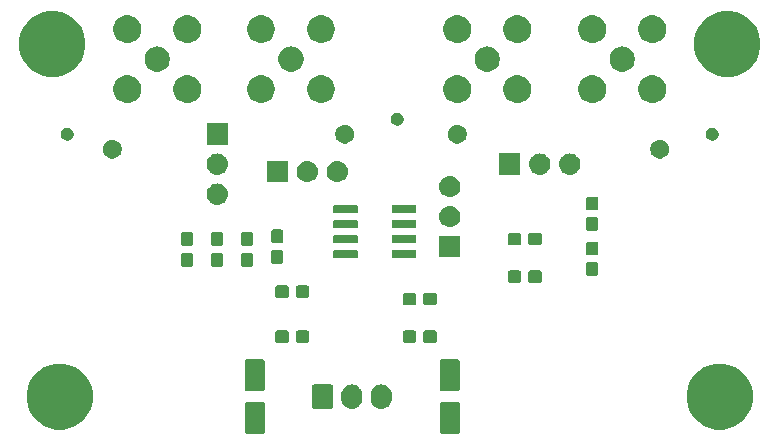
<source format=gbr>
G04 #@! TF.GenerationSoftware,KiCad,Pcbnew,(5.1.2)-2*
G04 #@! TF.CreationDate,2019-07-08T09:46:09+08:00*
G04 #@! TF.ProjectId,active_filter,61637469-7665-45f6-9669-6c7465722e6b,rev?*
G04 #@! TF.SameCoordinates,Original*
G04 #@! TF.FileFunction,Soldermask,Top*
G04 #@! TF.FilePolarity,Negative*
%FSLAX46Y46*%
G04 Gerber Fmt 4.6, Leading zero omitted, Abs format (unit mm)*
G04 Created by KiCad (PCBNEW (5.1.2)-2) date 2019-07-08 09:46:09*
%MOMM*%
%LPD*%
G04 APERTURE LIST*
%ADD10C,0.100000*%
G04 APERTURE END LIST*
D10*
G36*
X148660997Y-107133051D02*
G01*
X148694652Y-107143261D01*
X148725665Y-107159838D01*
X148752851Y-107182149D01*
X148775162Y-107209335D01*
X148791739Y-107240348D01*
X148801949Y-107274003D01*
X148806000Y-107315138D01*
X148806000Y-109644862D01*
X148801949Y-109685997D01*
X148791739Y-109719652D01*
X148775162Y-109750665D01*
X148752851Y-109777851D01*
X148725665Y-109800162D01*
X148694652Y-109816739D01*
X148660997Y-109826949D01*
X148619862Y-109831000D01*
X147290138Y-109831000D01*
X147249003Y-109826949D01*
X147215348Y-109816739D01*
X147184335Y-109800162D01*
X147157149Y-109777851D01*
X147134838Y-109750665D01*
X147118261Y-109719652D01*
X147108051Y-109685997D01*
X147104000Y-109644862D01*
X147104000Y-107315138D01*
X147108051Y-107274003D01*
X147118261Y-107240348D01*
X147134838Y-107209335D01*
X147157149Y-107182149D01*
X147184335Y-107159838D01*
X147215348Y-107143261D01*
X147249003Y-107133051D01*
X147290138Y-107129000D01*
X148619862Y-107129000D01*
X148660997Y-107133051D01*
X148660997Y-107133051D01*
G37*
G36*
X132150997Y-107133051D02*
G01*
X132184652Y-107143261D01*
X132215665Y-107159838D01*
X132242851Y-107182149D01*
X132265162Y-107209335D01*
X132281739Y-107240348D01*
X132291949Y-107274003D01*
X132296000Y-107315138D01*
X132296000Y-109644862D01*
X132291949Y-109685997D01*
X132281739Y-109719652D01*
X132265162Y-109750665D01*
X132242851Y-109777851D01*
X132215665Y-109800162D01*
X132184652Y-109816739D01*
X132150997Y-109826949D01*
X132109862Y-109831000D01*
X130780138Y-109831000D01*
X130739003Y-109826949D01*
X130705348Y-109816739D01*
X130674335Y-109800162D01*
X130647149Y-109777851D01*
X130624838Y-109750665D01*
X130608261Y-109719652D01*
X130598051Y-109685997D01*
X130594000Y-109644862D01*
X130594000Y-107315138D01*
X130598051Y-107274003D01*
X130608261Y-107240348D01*
X130624838Y-107209335D01*
X130647149Y-107182149D01*
X130674335Y-107159838D01*
X130705348Y-107143261D01*
X130739003Y-107133051D01*
X130780138Y-107129000D01*
X132109862Y-107129000D01*
X132150997Y-107133051D01*
X132150997Y-107133051D01*
G37*
G36*
X115752021Y-103986640D02*
G01*
X116261769Y-104197785D01*
X116261771Y-104197786D01*
X116720534Y-104504321D01*
X117110679Y-104894466D01*
X117417214Y-105353229D01*
X117417215Y-105353231D01*
X117628360Y-105862979D01*
X117736000Y-106404124D01*
X117736000Y-106955876D01*
X117628360Y-107497021D01*
X117539992Y-107710359D01*
X117417214Y-108006771D01*
X117110679Y-108465534D01*
X116720534Y-108855679D01*
X116261771Y-109162214D01*
X116261770Y-109162215D01*
X116261769Y-109162215D01*
X115752021Y-109373360D01*
X115210876Y-109481000D01*
X114659124Y-109481000D01*
X114117979Y-109373360D01*
X113608231Y-109162215D01*
X113608230Y-109162215D01*
X113608229Y-109162214D01*
X113149466Y-108855679D01*
X112759321Y-108465534D01*
X112452786Y-108006771D01*
X112330008Y-107710359D01*
X112241640Y-107497021D01*
X112134000Y-106955876D01*
X112134000Y-106404124D01*
X112241640Y-105862979D01*
X112452785Y-105353231D01*
X112452786Y-105353229D01*
X112759321Y-104894466D01*
X113149466Y-104504321D01*
X113608229Y-104197786D01*
X113608231Y-104197785D01*
X114117979Y-103986640D01*
X114659124Y-103879000D01*
X115210876Y-103879000D01*
X115752021Y-103986640D01*
X115752021Y-103986640D01*
G37*
G36*
X171632021Y-103986640D02*
G01*
X172141769Y-104197785D01*
X172141771Y-104197786D01*
X172600534Y-104504321D01*
X172990679Y-104894466D01*
X173297214Y-105353229D01*
X173297215Y-105353231D01*
X173508360Y-105862979D01*
X173616000Y-106404124D01*
X173616000Y-106955876D01*
X173508360Y-107497021D01*
X173419992Y-107710359D01*
X173297214Y-108006771D01*
X172990679Y-108465534D01*
X172600534Y-108855679D01*
X172141771Y-109162214D01*
X172141770Y-109162215D01*
X172141769Y-109162215D01*
X171632021Y-109373360D01*
X171090876Y-109481000D01*
X170539124Y-109481000D01*
X169997979Y-109373360D01*
X169488231Y-109162215D01*
X169488230Y-109162215D01*
X169488229Y-109162214D01*
X169029466Y-108855679D01*
X168639321Y-108465534D01*
X168332786Y-108006771D01*
X168210008Y-107710359D01*
X168121640Y-107497021D01*
X168014000Y-106955876D01*
X168014000Y-106404124D01*
X168121640Y-105862979D01*
X168332785Y-105353231D01*
X168332786Y-105353229D01*
X168639321Y-104894466D01*
X169029466Y-104504321D01*
X169488229Y-104197786D01*
X169488231Y-104197785D01*
X169997979Y-103986640D01*
X170539124Y-103879000D01*
X171090876Y-103879000D01*
X171632021Y-103986640D01*
X171632021Y-103986640D01*
G37*
G36*
X139836626Y-105667037D02*
G01*
X140006465Y-105718557D01*
X140006467Y-105718558D01*
X140162989Y-105802221D01*
X140300186Y-105914814D01*
X140383448Y-106016271D01*
X140412778Y-106052009D01*
X140412779Y-106052011D01*
X140480043Y-106177851D01*
X140496443Y-106208534D01*
X140547963Y-106378373D01*
X140561000Y-106510742D01*
X140561000Y-106849257D01*
X140547963Y-106981626D01*
X140496443Y-107151466D01*
X140412778Y-107307991D01*
X140384002Y-107343055D01*
X140300186Y-107445186D01*
X140205105Y-107523216D01*
X140162991Y-107557778D01*
X140006466Y-107641443D01*
X139836627Y-107692963D01*
X139660000Y-107710359D01*
X139483374Y-107692963D01*
X139313535Y-107641443D01*
X139157010Y-107557778D01*
X139019815Y-107445185D01*
X138907222Y-107307991D01*
X138854489Y-107209335D01*
X138823558Y-107151468D01*
X138821068Y-107143261D01*
X138772037Y-106981627D01*
X138759000Y-106849258D01*
X138759000Y-106510743D01*
X138772037Y-106378374D01*
X138823557Y-106208535D01*
X138889055Y-106085997D01*
X138907221Y-106052011D01*
X139019814Y-105914814D01*
X139138365Y-105817523D01*
X139157009Y-105802222D01*
X139313534Y-105718557D01*
X139483373Y-105667037D01*
X139660000Y-105649641D01*
X139836626Y-105667037D01*
X139836626Y-105667037D01*
G37*
G36*
X142336626Y-105667037D02*
G01*
X142506465Y-105718557D01*
X142506467Y-105718558D01*
X142662989Y-105802221D01*
X142800186Y-105914814D01*
X142883448Y-106016271D01*
X142912778Y-106052009D01*
X142912779Y-106052011D01*
X142980043Y-106177851D01*
X142996443Y-106208534D01*
X143047963Y-106378373D01*
X143061000Y-106510742D01*
X143061000Y-106849257D01*
X143047963Y-106981626D01*
X142996443Y-107151466D01*
X142912778Y-107307991D01*
X142884002Y-107343055D01*
X142800186Y-107445186D01*
X142705105Y-107523216D01*
X142662991Y-107557778D01*
X142506466Y-107641443D01*
X142336627Y-107692963D01*
X142160000Y-107710359D01*
X141983374Y-107692963D01*
X141813535Y-107641443D01*
X141657010Y-107557778D01*
X141519815Y-107445185D01*
X141407222Y-107307991D01*
X141354489Y-107209335D01*
X141323558Y-107151468D01*
X141321068Y-107143261D01*
X141272037Y-106981627D01*
X141259000Y-106849258D01*
X141259000Y-106510743D01*
X141272037Y-106378374D01*
X141323557Y-106208535D01*
X141389055Y-106085997D01*
X141407221Y-106052011D01*
X141519814Y-105914814D01*
X141638365Y-105817523D01*
X141657009Y-105802222D01*
X141813534Y-105718557D01*
X141983373Y-105667037D01*
X142160000Y-105649641D01*
X142336626Y-105667037D01*
X142336626Y-105667037D01*
G37*
G36*
X137918698Y-105657987D02*
G01*
X137951724Y-105668005D01*
X137982159Y-105684273D01*
X138008835Y-105706165D01*
X138030727Y-105732841D01*
X138046995Y-105763276D01*
X138057013Y-105796302D01*
X138061000Y-105836784D01*
X138061000Y-107523216D01*
X138057013Y-107563698D01*
X138046995Y-107596724D01*
X138030727Y-107627159D01*
X138008835Y-107653835D01*
X137982159Y-107675727D01*
X137951724Y-107691995D01*
X137918698Y-107702013D01*
X137878216Y-107706000D01*
X136441784Y-107706000D01*
X136401302Y-107702013D01*
X136368276Y-107691995D01*
X136337841Y-107675727D01*
X136311165Y-107653835D01*
X136289273Y-107627159D01*
X136273005Y-107596724D01*
X136262987Y-107563698D01*
X136259000Y-107523216D01*
X136259000Y-105836784D01*
X136262987Y-105796302D01*
X136273005Y-105763276D01*
X136289273Y-105732841D01*
X136311165Y-105706165D01*
X136337841Y-105684273D01*
X136368276Y-105668005D01*
X136401302Y-105657987D01*
X136441784Y-105654000D01*
X137878216Y-105654000D01*
X137918698Y-105657987D01*
X137918698Y-105657987D01*
G37*
G36*
X132150997Y-103533051D02*
G01*
X132184652Y-103543261D01*
X132215665Y-103559838D01*
X132242851Y-103582149D01*
X132265162Y-103609335D01*
X132281739Y-103640348D01*
X132291949Y-103674003D01*
X132296000Y-103715138D01*
X132296000Y-106044862D01*
X132291949Y-106085997D01*
X132281739Y-106119652D01*
X132265162Y-106150665D01*
X132242851Y-106177851D01*
X132215665Y-106200162D01*
X132184652Y-106216739D01*
X132150997Y-106226949D01*
X132109862Y-106231000D01*
X130780138Y-106231000D01*
X130739003Y-106226949D01*
X130705348Y-106216739D01*
X130674335Y-106200162D01*
X130647149Y-106177851D01*
X130624838Y-106150665D01*
X130608261Y-106119652D01*
X130598051Y-106085997D01*
X130594000Y-106044862D01*
X130594000Y-103715138D01*
X130598051Y-103674003D01*
X130608261Y-103640348D01*
X130624838Y-103609335D01*
X130647149Y-103582149D01*
X130674335Y-103559838D01*
X130705348Y-103543261D01*
X130739003Y-103533051D01*
X130780138Y-103529000D01*
X132109862Y-103529000D01*
X132150997Y-103533051D01*
X132150997Y-103533051D01*
G37*
G36*
X148660997Y-103533051D02*
G01*
X148694652Y-103543261D01*
X148725665Y-103559838D01*
X148752851Y-103582149D01*
X148775162Y-103609335D01*
X148791739Y-103640348D01*
X148801949Y-103674003D01*
X148806000Y-103715138D01*
X148806000Y-106044862D01*
X148801949Y-106085997D01*
X148791739Y-106119652D01*
X148775162Y-106150665D01*
X148752851Y-106177851D01*
X148725665Y-106200162D01*
X148694652Y-106216739D01*
X148660997Y-106226949D01*
X148619862Y-106231000D01*
X147290138Y-106231000D01*
X147249003Y-106226949D01*
X147215348Y-106216739D01*
X147184335Y-106200162D01*
X147157149Y-106177851D01*
X147134838Y-106150665D01*
X147118261Y-106119652D01*
X147108051Y-106085997D01*
X147104000Y-106044862D01*
X147104000Y-103715138D01*
X147108051Y-103674003D01*
X147118261Y-103640348D01*
X147134838Y-103609335D01*
X147157149Y-103582149D01*
X147184335Y-103559838D01*
X147215348Y-103543261D01*
X147249003Y-103533051D01*
X147290138Y-103529000D01*
X148619862Y-103529000D01*
X148660997Y-103533051D01*
X148660997Y-103533051D01*
G37*
G36*
X135909499Y-101078445D02*
G01*
X135946995Y-101089820D01*
X135981554Y-101108292D01*
X136011847Y-101133153D01*
X136036708Y-101163446D01*
X136055180Y-101198005D01*
X136066555Y-101235501D01*
X136071000Y-101280638D01*
X136071000Y-101919362D01*
X136066555Y-101964499D01*
X136055180Y-102001995D01*
X136036708Y-102036554D01*
X136011847Y-102066847D01*
X135981554Y-102091708D01*
X135946995Y-102110180D01*
X135909499Y-102121555D01*
X135864362Y-102126000D01*
X135125638Y-102126000D01*
X135080501Y-102121555D01*
X135043005Y-102110180D01*
X135008446Y-102091708D01*
X134978153Y-102066847D01*
X134953292Y-102036554D01*
X134934820Y-102001995D01*
X134923445Y-101964499D01*
X134919000Y-101919362D01*
X134919000Y-101280638D01*
X134923445Y-101235501D01*
X134934820Y-101198005D01*
X134953292Y-101163446D01*
X134978153Y-101133153D01*
X135008446Y-101108292D01*
X135043005Y-101089820D01*
X135080501Y-101078445D01*
X135125638Y-101074000D01*
X135864362Y-101074000D01*
X135909499Y-101078445D01*
X135909499Y-101078445D01*
G37*
G36*
X146704499Y-101078445D02*
G01*
X146741995Y-101089820D01*
X146776554Y-101108292D01*
X146806847Y-101133153D01*
X146831708Y-101163446D01*
X146850180Y-101198005D01*
X146861555Y-101235501D01*
X146866000Y-101280638D01*
X146866000Y-101919362D01*
X146861555Y-101964499D01*
X146850180Y-102001995D01*
X146831708Y-102036554D01*
X146806847Y-102066847D01*
X146776554Y-102091708D01*
X146741995Y-102110180D01*
X146704499Y-102121555D01*
X146659362Y-102126000D01*
X145920638Y-102126000D01*
X145875501Y-102121555D01*
X145838005Y-102110180D01*
X145803446Y-102091708D01*
X145773153Y-102066847D01*
X145748292Y-102036554D01*
X145729820Y-102001995D01*
X145718445Y-101964499D01*
X145714000Y-101919362D01*
X145714000Y-101280638D01*
X145718445Y-101235501D01*
X145729820Y-101198005D01*
X145748292Y-101163446D01*
X145773153Y-101133153D01*
X145803446Y-101108292D01*
X145838005Y-101089820D01*
X145875501Y-101078445D01*
X145920638Y-101074000D01*
X146659362Y-101074000D01*
X146704499Y-101078445D01*
X146704499Y-101078445D01*
G37*
G36*
X134159499Y-101078445D02*
G01*
X134196995Y-101089820D01*
X134231554Y-101108292D01*
X134261847Y-101133153D01*
X134286708Y-101163446D01*
X134305180Y-101198005D01*
X134316555Y-101235501D01*
X134321000Y-101280638D01*
X134321000Y-101919362D01*
X134316555Y-101964499D01*
X134305180Y-102001995D01*
X134286708Y-102036554D01*
X134261847Y-102066847D01*
X134231554Y-102091708D01*
X134196995Y-102110180D01*
X134159499Y-102121555D01*
X134114362Y-102126000D01*
X133375638Y-102126000D01*
X133330501Y-102121555D01*
X133293005Y-102110180D01*
X133258446Y-102091708D01*
X133228153Y-102066847D01*
X133203292Y-102036554D01*
X133184820Y-102001995D01*
X133173445Y-101964499D01*
X133169000Y-101919362D01*
X133169000Y-101280638D01*
X133173445Y-101235501D01*
X133184820Y-101198005D01*
X133203292Y-101163446D01*
X133228153Y-101133153D01*
X133258446Y-101108292D01*
X133293005Y-101089820D01*
X133330501Y-101078445D01*
X133375638Y-101074000D01*
X134114362Y-101074000D01*
X134159499Y-101078445D01*
X134159499Y-101078445D01*
G37*
G36*
X144954499Y-101078445D02*
G01*
X144991995Y-101089820D01*
X145026554Y-101108292D01*
X145056847Y-101133153D01*
X145081708Y-101163446D01*
X145100180Y-101198005D01*
X145111555Y-101235501D01*
X145116000Y-101280638D01*
X145116000Y-101919362D01*
X145111555Y-101964499D01*
X145100180Y-102001995D01*
X145081708Y-102036554D01*
X145056847Y-102066847D01*
X145026554Y-102091708D01*
X144991995Y-102110180D01*
X144954499Y-102121555D01*
X144909362Y-102126000D01*
X144170638Y-102126000D01*
X144125501Y-102121555D01*
X144088005Y-102110180D01*
X144053446Y-102091708D01*
X144023153Y-102066847D01*
X143998292Y-102036554D01*
X143979820Y-102001995D01*
X143968445Y-101964499D01*
X143964000Y-101919362D01*
X143964000Y-101280638D01*
X143968445Y-101235501D01*
X143979820Y-101198005D01*
X143998292Y-101163446D01*
X144023153Y-101133153D01*
X144053446Y-101108292D01*
X144088005Y-101089820D01*
X144125501Y-101078445D01*
X144170638Y-101074000D01*
X144909362Y-101074000D01*
X144954499Y-101078445D01*
X144954499Y-101078445D01*
G37*
G36*
X146704499Y-97903445D02*
G01*
X146741995Y-97914820D01*
X146776554Y-97933292D01*
X146806847Y-97958153D01*
X146831708Y-97988446D01*
X146850180Y-98023005D01*
X146861555Y-98060501D01*
X146866000Y-98105638D01*
X146866000Y-98744362D01*
X146861555Y-98789499D01*
X146850180Y-98826995D01*
X146831708Y-98861554D01*
X146806847Y-98891847D01*
X146776554Y-98916708D01*
X146741995Y-98935180D01*
X146704499Y-98946555D01*
X146659362Y-98951000D01*
X145920638Y-98951000D01*
X145875501Y-98946555D01*
X145838005Y-98935180D01*
X145803446Y-98916708D01*
X145773153Y-98891847D01*
X145748292Y-98861554D01*
X145729820Y-98826995D01*
X145718445Y-98789499D01*
X145714000Y-98744362D01*
X145714000Y-98105638D01*
X145718445Y-98060501D01*
X145729820Y-98023005D01*
X145748292Y-97988446D01*
X145773153Y-97958153D01*
X145803446Y-97933292D01*
X145838005Y-97914820D01*
X145875501Y-97903445D01*
X145920638Y-97899000D01*
X146659362Y-97899000D01*
X146704499Y-97903445D01*
X146704499Y-97903445D01*
G37*
G36*
X144954499Y-97903445D02*
G01*
X144991995Y-97914820D01*
X145026554Y-97933292D01*
X145056847Y-97958153D01*
X145081708Y-97988446D01*
X145100180Y-98023005D01*
X145111555Y-98060501D01*
X145116000Y-98105638D01*
X145116000Y-98744362D01*
X145111555Y-98789499D01*
X145100180Y-98826995D01*
X145081708Y-98861554D01*
X145056847Y-98891847D01*
X145026554Y-98916708D01*
X144991995Y-98935180D01*
X144954499Y-98946555D01*
X144909362Y-98951000D01*
X144170638Y-98951000D01*
X144125501Y-98946555D01*
X144088005Y-98935180D01*
X144053446Y-98916708D01*
X144023153Y-98891847D01*
X143998292Y-98861554D01*
X143979820Y-98826995D01*
X143968445Y-98789499D01*
X143964000Y-98744362D01*
X143964000Y-98105638D01*
X143968445Y-98060501D01*
X143979820Y-98023005D01*
X143998292Y-97988446D01*
X144023153Y-97958153D01*
X144053446Y-97933292D01*
X144088005Y-97914820D01*
X144125501Y-97903445D01*
X144170638Y-97899000D01*
X144909362Y-97899000D01*
X144954499Y-97903445D01*
X144954499Y-97903445D01*
G37*
G36*
X135909499Y-97268445D02*
G01*
X135946995Y-97279820D01*
X135981554Y-97298292D01*
X136011847Y-97323153D01*
X136036708Y-97353446D01*
X136055180Y-97388005D01*
X136066555Y-97425501D01*
X136071000Y-97470638D01*
X136071000Y-98109362D01*
X136066555Y-98154499D01*
X136055180Y-98191995D01*
X136036708Y-98226554D01*
X136011847Y-98256847D01*
X135981554Y-98281708D01*
X135946995Y-98300180D01*
X135909499Y-98311555D01*
X135864362Y-98316000D01*
X135125638Y-98316000D01*
X135080501Y-98311555D01*
X135043005Y-98300180D01*
X135008446Y-98281708D01*
X134978153Y-98256847D01*
X134953292Y-98226554D01*
X134934820Y-98191995D01*
X134923445Y-98154499D01*
X134919000Y-98109362D01*
X134919000Y-97470638D01*
X134923445Y-97425501D01*
X134934820Y-97388005D01*
X134953292Y-97353446D01*
X134978153Y-97323153D01*
X135008446Y-97298292D01*
X135043005Y-97279820D01*
X135080501Y-97268445D01*
X135125638Y-97264000D01*
X135864362Y-97264000D01*
X135909499Y-97268445D01*
X135909499Y-97268445D01*
G37*
G36*
X134159499Y-97268445D02*
G01*
X134196995Y-97279820D01*
X134231554Y-97298292D01*
X134261847Y-97323153D01*
X134286708Y-97353446D01*
X134305180Y-97388005D01*
X134316555Y-97425501D01*
X134321000Y-97470638D01*
X134321000Y-98109362D01*
X134316555Y-98154499D01*
X134305180Y-98191995D01*
X134286708Y-98226554D01*
X134261847Y-98256847D01*
X134231554Y-98281708D01*
X134196995Y-98300180D01*
X134159499Y-98311555D01*
X134114362Y-98316000D01*
X133375638Y-98316000D01*
X133330501Y-98311555D01*
X133293005Y-98300180D01*
X133258446Y-98281708D01*
X133228153Y-98256847D01*
X133203292Y-98226554D01*
X133184820Y-98191995D01*
X133173445Y-98154499D01*
X133169000Y-98109362D01*
X133169000Y-97470638D01*
X133173445Y-97425501D01*
X133184820Y-97388005D01*
X133203292Y-97353446D01*
X133228153Y-97323153D01*
X133258446Y-97298292D01*
X133293005Y-97279820D01*
X133330501Y-97268445D01*
X133375638Y-97264000D01*
X134114362Y-97264000D01*
X134159499Y-97268445D01*
X134159499Y-97268445D01*
G37*
G36*
X153844499Y-95998445D02*
G01*
X153881995Y-96009820D01*
X153916554Y-96028292D01*
X153946847Y-96053153D01*
X153971708Y-96083446D01*
X153990180Y-96118005D01*
X154001555Y-96155501D01*
X154006000Y-96200638D01*
X154006000Y-96839362D01*
X154001555Y-96884499D01*
X153990180Y-96921995D01*
X153971708Y-96956554D01*
X153946847Y-96986847D01*
X153916554Y-97011708D01*
X153881995Y-97030180D01*
X153844499Y-97041555D01*
X153799362Y-97046000D01*
X153060638Y-97046000D01*
X153015501Y-97041555D01*
X152978005Y-97030180D01*
X152943446Y-97011708D01*
X152913153Y-96986847D01*
X152888292Y-96956554D01*
X152869820Y-96921995D01*
X152858445Y-96884499D01*
X152854000Y-96839362D01*
X152854000Y-96200638D01*
X152858445Y-96155501D01*
X152869820Y-96118005D01*
X152888292Y-96083446D01*
X152913153Y-96053153D01*
X152943446Y-96028292D01*
X152978005Y-96009820D01*
X153015501Y-95998445D01*
X153060638Y-95994000D01*
X153799362Y-95994000D01*
X153844499Y-95998445D01*
X153844499Y-95998445D01*
G37*
G36*
X155594499Y-95998445D02*
G01*
X155631995Y-96009820D01*
X155666554Y-96028292D01*
X155696847Y-96053153D01*
X155721708Y-96083446D01*
X155740180Y-96118005D01*
X155751555Y-96155501D01*
X155756000Y-96200638D01*
X155756000Y-96839362D01*
X155751555Y-96884499D01*
X155740180Y-96921995D01*
X155721708Y-96956554D01*
X155696847Y-96986847D01*
X155666554Y-97011708D01*
X155631995Y-97030180D01*
X155594499Y-97041555D01*
X155549362Y-97046000D01*
X154810638Y-97046000D01*
X154765501Y-97041555D01*
X154728005Y-97030180D01*
X154693446Y-97011708D01*
X154663153Y-96986847D01*
X154638292Y-96956554D01*
X154619820Y-96921995D01*
X154608445Y-96884499D01*
X154604000Y-96839362D01*
X154604000Y-96200638D01*
X154608445Y-96155501D01*
X154619820Y-96118005D01*
X154638292Y-96083446D01*
X154663153Y-96053153D01*
X154693446Y-96028292D01*
X154728005Y-96009820D01*
X154765501Y-95998445D01*
X154810638Y-95994000D01*
X155549362Y-95994000D01*
X155594499Y-95998445D01*
X155594499Y-95998445D01*
G37*
G36*
X160384499Y-95313445D02*
G01*
X160421995Y-95324820D01*
X160456554Y-95343292D01*
X160486847Y-95368153D01*
X160511708Y-95398446D01*
X160530180Y-95433005D01*
X160541555Y-95470501D01*
X160546000Y-95515638D01*
X160546000Y-96254362D01*
X160541555Y-96299499D01*
X160530180Y-96336995D01*
X160511708Y-96371554D01*
X160486847Y-96401847D01*
X160456554Y-96426708D01*
X160421995Y-96445180D01*
X160384499Y-96456555D01*
X160339362Y-96461000D01*
X159700638Y-96461000D01*
X159655501Y-96456555D01*
X159618005Y-96445180D01*
X159583446Y-96426708D01*
X159553153Y-96401847D01*
X159528292Y-96371554D01*
X159509820Y-96336995D01*
X159498445Y-96299499D01*
X159494000Y-96254362D01*
X159494000Y-95515638D01*
X159498445Y-95470501D01*
X159509820Y-95433005D01*
X159528292Y-95398446D01*
X159553153Y-95368153D01*
X159583446Y-95343292D01*
X159618005Y-95324820D01*
X159655501Y-95313445D01*
X159700638Y-95309000D01*
X160339362Y-95309000D01*
X160384499Y-95313445D01*
X160384499Y-95313445D01*
G37*
G36*
X128634499Y-94523445D02*
G01*
X128671995Y-94534820D01*
X128706554Y-94553292D01*
X128736847Y-94578153D01*
X128761708Y-94608446D01*
X128780180Y-94643005D01*
X128791555Y-94680501D01*
X128796000Y-94725638D01*
X128796000Y-95464362D01*
X128791555Y-95509499D01*
X128780180Y-95546995D01*
X128761708Y-95581554D01*
X128736847Y-95611847D01*
X128706554Y-95636708D01*
X128671995Y-95655180D01*
X128634499Y-95666555D01*
X128589362Y-95671000D01*
X127950638Y-95671000D01*
X127905501Y-95666555D01*
X127868005Y-95655180D01*
X127833446Y-95636708D01*
X127803153Y-95611847D01*
X127778292Y-95581554D01*
X127759820Y-95546995D01*
X127748445Y-95509499D01*
X127744000Y-95464362D01*
X127744000Y-94725638D01*
X127748445Y-94680501D01*
X127759820Y-94643005D01*
X127778292Y-94608446D01*
X127803153Y-94578153D01*
X127833446Y-94553292D01*
X127868005Y-94534820D01*
X127905501Y-94523445D01*
X127950638Y-94519000D01*
X128589362Y-94519000D01*
X128634499Y-94523445D01*
X128634499Y-94523445D01*
G37*
G36*
X126094499Y-94523445D02*
G01*
X126131995Y-94534820D01*
X126166554Y-94553292D01*
X126196847Y-94578153D01*
X126221708Y-94608446D01*
X126240180Y-94643005D01*
X126251555Y-94680501D01*
X126256000Y-94725638D01*
X126256000Y-95464362D01*
X126251555Y-95509499D01*
X126240180Y-95546995D01*
X126221708Y-95581554D01*
X126196847Y-95611847D01*
X126166554Y-95636708D01*
X126131995Y-95655180D01*
X126094499Y-95666555D01*
X126049362Y-95671000D01*
X125410638Y-95671000D01*
X125365501Y-95666555D01*
X125328005Y-95655180D01*
X125293446Y-95636708D01*
X125263153Y-95611847D01*
X125238292Y-95581554D01*
X125219820Y-95546995D01*
X125208445Y-95509499D01*
X125204000Y-95464362D01*
X125204000Y-94725638D01*
X125208445Y-94680501D01*
X125219820Y-94643005D01*
X125238292Y-94608446D01*
X125263153Y-94578153D01*
X125293446Y-94553292D01*
X125328005Y-94534820D01*
X125365501Y-94523445D01*
X125410638Y-94519000D01*
X126049362Y-94519000D01*
X126094499Y-94523445D01*
X126094499Y-94523445D01*
G37*
G36*
X131174499Y-94523445D02*
G01*
X131211995Y-94534820D01*
X131246554Y-94553292D01*
X131276847Y-94578153D01*
X131301708Y-94608446D01*
X131320180Y-94643005D01*
X131331555Y-94680501D01*
X131336000Y-94725638D01*
X131336000Y-95464362D01*
X131331555Y-95509499D01*
X131320180Y-95546995D01*
X131301708Y-95581554D01*
X131276847Y-95611847D01*
X131246554Y-95636708D01*
X131211995Y-95655180D01*
X131174499Y-95666555D01*
X131129362Y-95671000D01*
X130490638Y-95671000D01*
X130445501Y-95666555D01*
X130408005Y-95655180D01*
X130373446Y-95636708D01*
X130343153Y-95611847D01*
X130318292Y-95581554D01*
X130299820Y-95546995D01*
X130288445Y-95509499D01*
X130284000Y-95464362D01*
X130284000Y-94725638D01*
X130288445Y-94680501D01*
X130299820Y-94643005D01*
X130318292Y-94608446D01*
X130343153Y-94578153D01*
X130373446Y-94553292D01*
X130408005Y-94534820D01*
X130445501Y-94523445D01*
X130490638Y-94519000D01*
X131129362Y-94519000D01*
X131174499Y-94523445D01*
X131174499Y-94523445D01*
G37*
G36*
X133714499Y-94283445D02*
G01*
X133751995Y-94294820D01*
X133786554Y-94313292D01*
X133816847Y-94338153D01*
X133841708Y-94368446D01*
X133860180Y-94403005D01*
X133871555Y-94440501D01*
X133876000Y-94485638D01*
X133876000Y-95224362D01*
X133871555Y-95269499D01*
X133860180Y-95306995D01*
X133841708Y-95341554D01*
X133816847Y-95371847D01*
X133786554Y-95396708D01*
X133751995Y-95415180D01*
X133714499Y-95426555D01*
X133669362Y-95431000D01*
X133030638Y-95431000D01*
X132985501Y-95426555D01*
X132948005Y-95415180D01*
X132913446Y-95396708D01*
X132883153Y-95371847D01*
X132858292Y-95341554D01*
X132839820Y-95306995D01*
X132828445Y-95269499D01*
X132824000Y-95224362D01*
X132824000Y-94485638D01*
X132828445Y-94440501D01*
X132839820Y-94403005D01*
X132858292Y-94368446D01*
X132883153Y-94338153D01*
X132913446Y-94313292D01*
X132948005Y-94294820D01*
X132985501Y-94283445D01*
X133030638Y-94279000D01*
X133669362Y-94279000D01*
X133714499Y-94283445D01*
X133714499Y-94283445D01*
G37*
G36*
X140064928Y-94266764D02*
G01*
X140086009Y-94273160D01*
X140105445Y-94283548D01*
X140122476Y-94297524D01*
X140136452Y-94314555D01*
X140146840Y-94333991D01*
X140153236Y-94355072D01*
X140156000Y-94383140D01*
X140156000Y-94846860D01*
X140153236Y-94874928D01*
X140146840Y-94896009D01*
X140136452Y-94915445D01*
X140122476Y-94932476D01*
X140105445Y-94946452D01*
X140086009Y-94956840D01*
X140064928Y-94963236D01*
X140036860Y-94966000D01*
X138223140Y-94966000D01*
X138195072Y-94963236D01*
X138173991Y-94956840D01*
X138154555Y-94946452D01*
X138137524Y-94932476D01*
X138123548Y-94915445D01*
X138113160Y-94896009D01*
X138106764Y-94874928D01*
X138104000Y-94846860D01*
X138104000Y-94383140D01*
X138106764Y-94355072D01*
X138113160Y-94333991D01*
X138123548Y-94314555D01*
X138137524Y-94297524D01*
X138154555Y-94283548D01*
X138173991Y-94273160D01*
X138195072Y-94266764D01*
X138223140Y-94264000D01*
X140036860Y-94264000D01*
X140064928Y-94266764D01*
X140064928Y-94266764D01*
G37*
G36*
X145014928Y-94266764D02*
G01*
X145036009Y-94273160D01*
X145055445Y-94283548D01*
X145072476Y-94297524D01*
X145086452Y-94314555D01*
X145096840Y-94333991D01*
X145103236Y-94355072D01*
X145106000Y-94383140D01*
X145106000Y-94846860D01*
X145103236Y-94874928D01*
X145096840Y-94896009D01*
X145086452Y-94915445D01*
X145072476Y-94932476D01*
X145055445Y-94946452D01*
X145036009Y-94956840D01*
X145014928Y-94963236D01*
X144986860Y-94966000D01*
X143173140Y-94966000D01*
X143145072Y-94963236D01*
X143123991Y-94956840D01*
X143104555Y-94946452D01*
X143087524Y-94932476D01*
X143073548Y-94915445D01*
X143063160Y-94896009D01*
X143056764Y-94874928D01*
X143054000Y-94846860D01*
X143054000Y-94383140D01*
X143056764Y-94355072D01*
X143063160Y-94333991D01*
X143073548Y-94314555D01*
X143087524Y-94297524D01*
X143104555Y-94283548D01*
X143123991Y-94273160D01*
X143145072Y-94266764D01*
X143173140Y-94264000D01*
X144986860Y-94264000D01*
X145014928Y-94266764D01*
X145014928Y-94266764D01*
G37*
G36*
X148856000Y-94881000D02*
G01*
X147054000Y-94881000D01*
X147054000Y-93079000D01*
X148856000Y-93079000D01*
X148856000Y-94881000D01*
X148856000Y-94881000D01*
G37*
G36*
X160384499Y-93563445D02*
G01*
X160421995Y-93574820D01*
X160456554Y-93593292D01*
X160486847Y-93618153D01*
X160511708Y-93648446D01*
X160530180Y-93683005D01*
X160541555Y-93720501D01*
X160546000Y-93765638D01*
X160546000Y-94504362D01*
X160541555Y-94549499D01*
X160530180Y-94586995D01*
X160511708Y-94621554D01*
X160486847Y-94651847D01*
X160456554Y-94676708D01*
X160421995Y-94695180D01*
X160384499Y-94706555D01*
X160339362Y-94711000D01*
X159700638Y-94711000D01*
X159655501Y-94706555D01*
X159618005Y-94695180D01*
X159583446Y-94676708D01*
X159553153Y-94651847D01*
X159528292Y-94621554D01*
X159509820Y-94586995D01*
X159498445Y-94549499D01*
X159494000Y-94504362D01*
X159494000Y-93765638D01*
X159498445Y-93720501D01*
X159509820Y-93683005D01*
X159528292Y-93648446D01*
X159553153Y-93618153D01*
X159583446Y-93593292D01*
X159618005Y-93574820D01*
X159655501Y-93563445D01*
X159700638Y-93559000D01*
X160339362Y-93559000D01*
X160384499Y-93563445D01*
X160384499Y-93563445D01*
G37*
G36*
X128634499Y-92773445D02*
G01*
X128671995Y-92784820D01*
X128706554Y-92803292D01*
X128736847Y-92828153D01*
X128761708Y-92858446D01*
X128780180Y-92893005D01*
X128791555Y-92930501D01*
X128796000Y-92975638D01*
X128796000Y-93714362D01*
X128791555Y-93759499D01*
X128780180Y-93796995D01*
X128761708Y-93831554D01*
X128736847Y-93861847D01*
X128706554Y-93886708D01*
X128671995Y-93905180D01*
X128634499Y-93916555D01*
X128589362Y-93921000D01*
X127950638Y-93921000D01*
X127905501Y-93916555D01*
X127868005Y-93905180D01*
X127833446Y-93886708D01*
X127803153Y-93861847D01*
X127778292Y-93831554D01*
X127759820Y-93796995D01*
X127748445Y-93759499D01*
X127744000Y-93714362D01*
X127744000Y-92975638D01*
X127748445Y-92930501D01*
X127759820Y-92893005D01*
X127778292Y-92858446D01*
X127803153Y-92828153D01*
X127833446Y-92803292D01*
X127868005Y-92784820D01*
X127905501Y-92773445D01*
X127950638Y-92769000D01*
X128589362Y-92769000D01*
X128634499Y-92773445D01*
X128634499Y-92773445D01*
G37*
G36*
X126094499Y-92773445D02*
G01*
X126131995Y-92784820D01*
X126166554Y-92803292D01*
X126196847Y-92828153D01*
X126221708Y-92858446D01*
X126240180Y-92893005D01*
X126251555Y-92930501D01*
X126256000Y-92975638D01*
X126256000Y-93714362D01*
X126251555Y-93759499D01*
X126240180Y-93796995D01*
X126221708Y-93831554D01*
X126196847Y-93861847D01*
X126166554Y-93886708D01*
X126131995Y-93905180D01*
X126094499Y-93916555D01*
X126049362Y-93921000D01*
X125410638Y-93921000D01*
X125365501Y-93916555D01*
X125328005Y-93905180D01*
X125293446Y-93886708D01*
X125263153Y-93861847D01*
X125238292Y-93831554D01*
X125219820Y-93796995D01*
X125208445Y-93759499D01*
X125204000Y-93714362D01*
X125204000Y-92975638D01*
X125208445Y-92930501D01*
X125219820Y-92893005D01*
X125238292Y-92858446D01*
X125263153Y-92828153D01*
X125293446Y-92803292D01*
X125328005Y-92784820D01*
X125365501Y-92773445D01*
X125410638Y-92769000D01*
X126049362Y-92769000D01*
X126094499Y-92773445D01*
X126094499Y-92773445D01*
G37*
G36*
X131174499Y-92773445D02*
G01*
X131211995Y-92784820D01*
X131246554Y-92803292D01*
X131276847Y-92828153D01*
X131301708Y-92858446D01*
X131320180Y-92893005D01*
X131331555Y-92930501D01*
X131336000Y-92975638D01*
X131336000Y-93714362D01*
X131331555Y-93759499D01*
X131320180Y-93796995D01*
X131301708Y-93831554D01*
X131276847Y-93861847D01*
X131246554Y-93886708D01*
X131211995Y-93905180D01*
X131174499Y-93916555D01*
X131129362Y-93921000D01*
X130490638Y-93921000D01*
X130445501Y-93916555D01*
X130408005Y-93905180D01*
X130373446Y-93886708D01*
X130343153Y-93861847D01*
X130318292Y-93831554D01*
X130299820Y-93796995D01*
X130288445Y-93759499D01*
X130284000Y-93714362D01*
X130284000Y-92975638D01*
X130288445Y-92930501D01*
X130299820Y-92893005D01*
X130318292Y-92858446D01*
X130343153Y-92828153D01*
X130373446Y-92803292D01*
X130408005Y-92784820D01*
X130445501Y-92773445D01*
X130490638Y-92769000D01*
X131129362Y-92769000D01*
X131174499Y-92773445D01*
X131174499Y-92773445D01*
G37*
G36*
X153844499Y-92823445D02*
G01*
X153881995Y-92834820D01*
X153916554Y-92853292D01*
X153946847Y-92878153D01*
X153971708Y-92908446D01*
X153990180Y-92943005D01*
X154001555Y-92980501D01*
X154006000Y-93025638D01*
X154006000Y-93664362D01*
X154001555Y-93709499D01*
X153990180Y-93746995D01*
X153971708Y-93781554D01*
X153946847Y-93811847D01*
X153916554Y-93836708D01*
X153881995Y-93855180D01*
X153844499Y-93866555D01*
X153799362Y-93871000D01*
X153060638Y-93871000D01*
X153015501Y-93866555D01*
X152978005Y-93855180D01*
X152943446Y-93836708D01*
X152913153Y-93811847D01*
X152888292Y-93781554D01*
X152869820Y-93746995D01*
X152858445Y-93709499D01*
X152854000Y-93664362D01*
X152854000Y-93025638D01*
X152858445Y-92980501D01*
X152869820Y-92943005D01*
X152888292Y-92908446D01*
X152913153Y-92878153D01*
X152943446Y-92853292D01*
X152978005Y-92834820D01*
X153015501Y-92823445D01*
X153060638Y-92819000D01*
X153799362Y-92819000D01*
X153844499Y-92823445D01*
X153844499Y-92823445D01*
G37*
G36*
X155594499Y-92823445D02*
G01*
X155631995Y-92834820D01*
X155666554Y-92853292D01*
X155696847Y-92878153D01*
X155721708Y-92908446D01*
X155740180Y-92943005D01*
X155751555Y-92980501D01*
X155756000Y-93025638D01*
X155756000Y-93664362D01*
X155751555Y-93709499D01*
X155740180Y-93746995D01*
X155721708Y-93781554D01*
X155696847Y-93811847D01*
X155666554Y-93836708D01*
X155631995Y-93855180D01*
X155594499Y-93866555D01*
X155549362Y-93871000D01*
X154810638Y-93871000D01*
X154765501Y-93866555D01*
X154728005Y-93855180D01*
X154693446Y-93836708D01*
X154663153Y-93811847D01*
X154638292Y-93781554D01*
X154619820Y-93746995D01*
X154608445Y-93709499D01*
X154604000Y-93664362D01*
X154604000Y-93025638D01*
X154608445Y-92980501D01*
X154619820Y-92943005D01*
X154638292Y-92908446D01*
X154663153Y-92878153D01*
X154693446Y-92853292D01*
X154728005Y-92834820D01*
X154765501Y-92823445D01*
X154810638Y-92819000D01*
X155549362Y-92819000D01*
X155594499Y-92823445D01*
X155594499Y-92823445D01*
G37*
G36*
X140064928Y-92996764D02*
G01*
X140086009Y-93003160D01*
X140105445Y-93013548D01*
X140122476Y-93027524D01*
X140136452Y-93044555D01*
X140146840Y-93063991D01*
X140153236Y-93085072D01*
X140156000Y-93113140D01*
X140156000Y-93576860D01*
X140153236Y-93604928D01*
X140146840Y-93626009D01*
X140136452Y-93645445D01*
X140122476Y-93662476D01*
X140105445Y-93676452D01*
X140086009Y-93686840D01*
X140064928Y-93693236D01*
X140036860Y-93696000D01*
X138223140Y-93696000D01*
X138195072Y-93693236D01*
X138173991Y-93686840D01*
X138154555Y-93676452D01*
X138137524Y-93662476D01*
X138123548Y-93645445D01*
X138113160Y-93626009D01*
X138106764Y-93604928D01*
X138104000Y-93576860D01*
X138104000Y-93113140D01*
X138106764Y-93085072D01*
X138113160Y-93063991D01*
X138123548Y-93044555D01*
X138137524Y-93027524D01*
X138154555Y-93013548D01*
X138173991Y-93003160D01*
X138195072Y-92996764D01*
X138223140Y-92994000D01*
X140036860Y-92994000D01*
X140064928Y-92996764D01*
X140064928Y-92996764D01*
G37*
G36*
X145014928Y-92996764D02*
G01*
X145036009Y-93003160D01*
X145055445Y-93013548D01*
X145072476Y-93027524D01*
X145086452Y-93044555D01*
X145096840Y-93063991D01*
X145103236Y-93085072D01*
X145106000Y-93113140D01*
X145106000Y-93576860D01*
X145103236Y-93604928D01*
X145096840Y-93626009D01*
X145086452Y-93645445D01*
X145072476Y-93662476D01*
X145055445Y-93676452D01*
X145036009Y-93686840D01*
X145014928Y-93693236D01*
X144986860Y-93696000D01*
X143173140Y-93696000D01*
X143145072Y-93693236D01*
X143123991Y-93686840D01*
X143104555Y-93676452D01*
X143087524Y-93662476D01*
X143073548Y-93645445D01*
X143063160Y-93626009D01*
X143056764Y-93604928D01*
X143054000Y-93576860D01*
X143054000Y-93113140D01*
X143056764Y-93085072D01*
X143063160Y-93063991D01*
X143073548Y-93044555D01*
X143087524Y-93027524D01*
X143104555Y-93013548D01*
X143123991Y-93003160D01*
X143145072Y-92996764D01*
X143173140Y-92994000D01*
X144986860Y-92994000D01*
X145014928Y-92996764D01*
X145014928Y-92996764D01*
G37*
G36*
X133714499Y-92533445D02*
G01*
X133751995Y-92544820D01*
X133786554Y-92563292D01*
X133816847Y-92588153D01*
X133841708Y-92618446D01*
X133860180Y-92653005D01*
X133871555Y-92690501D01*
X133876000Y-92735638D01*
X133876000Y-93474362D01*
X133871555Y-93519499D01*
X133860180Y-93556995D01*
X133841708Y-93591554D01*
X133816847Y-93621847D01*
X133786554Y-93646708D01*
X133751995Y-93665180D01*
X133714499Y-93676555D01*
X133669362Y-93681000D01*
X133030638Y-93681000D01*
X132985501Y-93676555D01*
X132948005Y-93665180D01*
X132913446Y-93646708D01*
X132883153Y-93621847D01*
X132858292Y-93591554D01*
X132839820Y-93556995D01*
X132828445Y-93519499D01*
X132824000Y-93474362D01*
X132824000Y-92735638D01*
X132828445Y-92690501D01*
X132839820Y-92653005D01*
X132858292Y-92618446D01*
X132883153Y-92588153D01*
X132913446Y-92563292D01*
X132948005Y-92544820D01*
X132985501Y-92533445D01*
X133030638Y-92529000D01*
X133669362Y-92529000D01*
X133714499Y-92533445D01*
X133714499Y-92533445D01*
G37*
G36*
X160384499Y-91503445D02*
G01*
X160421995Y-91514820D01*
X160456554Y-91533292D01*
X160486847Y-91558153D01*
X160511708Y-91588446D01*
X160530180Y-91623005D01*
X160541555Y-91660501D01*
X160546000Y-91705638D01*
X160546000Y-92444362D01*
X160541555Y-92489499D01*
X160530180Y-92526995D01*
X160511708Y-92561554D01*
X160486847Y-92591847D01*
X160456554Y-92616708D01*
X160421995Y-92635180D01*
X160384499Y-92646555D01*
X160339362Y-92651000D01*
X159700638Y-92651000D01*
X159655501Y-92646555D01*
X159618005Y-92635180D01*
X159583446Y-92616708D01*
X159553153Y-92591847D01*
X159528292Y-92561554D01*
X159509820Y-92526995D01*
X159498445Y-92489499D01*
X159494000Y-92444362D01*
X159494000Y-91705638D01*
X159498445Y-91660501D01*
X159509820Y-91623005D01*
X159528292Y-91588446D01*
X159553153Y-91558153D01*
X159583446Y-91533292D01*
X159618005Y-91514820D01*
X159655501Y-91503445D01*
X159700638Y-91499000D01*
X160339362Y-91499000D01*
X160384499Y-91503445D01*
X160384499Y-91503445D01*
G37*
G36*
X145014928Y-91726764D02*
G01*
X145036009Y-91733160D01*
X145055445Y-91743548D01*
X145072476Y-91757524D01*
X145086452Y-91774555D01*
X145096840Y-91793991D01*
X145103236Y-91815072D01*
X145106000Y-91843140D01*
X145106000Y-92306860D01*
X145103236Y-92334928D01*
X145096840Y-92356009D01*
X145086452Y-92375445D01*
X145072476Y-92392476D01*
X145055445Y-92406452D01*
X145036009Y-92416840D01*
X145014928Y-92423236D01*
X144986860Y-92426000D01*
X143173140Y-92426000D01*
X143145072Y-92423236D01*
X143123991Y-92416840D01*
X143104555Y-92406452D01*
X143087524Y-92392476D01*
X143073548Y-92375445D01*
X143063160Y-92356009D01*
X143056764Y-92334928D01*
X143054000Y-92306860D01*
X143054000Y-91843140D01*
X143056764Y-91815072D01*
X143063160Y-91793991D01*
X143073548Y-91774555D01*
X143087524Y-91757524D01*
X143104555Y-91743548D01*
X143123991Y-91733160D01*
X143145072Y-91726764D01*
X143173140Y-91724000D01*
X144986860Y-91724000D01*
X145014928Y-91726764D01*
X145014928Y-91726764D01*
G37*
G36*
X140064928Y-91726764D02*
G01*
X140086009Y-91733160D01*
X140105445Y-91743548D01*
X140122476Y-91757524D01*
X140136452Y-91774555D01*
X140146840Y-91793991D01*
X140153236Y-91815072D01*
X140156000Y-91843140D01*
X140156000Y-92306860D01*
X140153236Y-92334928D01*
X140146840Y-92356009D01*
X140136452Y-92375445D01*
X140122476Y-92392476D01*
X140105445Y-92406452D01*
X140086009Y-92416840D01*
X140064928Y-92423236D01*
X140036860Y-92426000D01*
X138223140Y-92426000D01*
X138195072Y-92423236D01*
X138173991Y-92416840D01*
X138154555Y-92406452D01*
X138137524Y-92392476D01*
X138123548Y-92375445D01*
X138113160Y-92356009D01*
X138106764Y-92334928D01*
X138104000Y-92306860D01*
X138104000Y-91843140D01*
X138106764Y-91815072D01*
X138113160Y-91793991D01*
X138123548Y-91774555D01*
X138137524Y-91757524D01*
X138154555Y-91743548D01*
X138173991Y-91733160D01*
X138195072Y-91726764D01*
X138223140Y-91724000D01*
X140036860Y-91724000D01*
X140064928Y-91726764D01*
X140064928Y-91726764D01*
G37*
G36*
X148060909Y-90545072D02*
G01*
X148131627Y-90552037D01*
X148301466Y-90603557D01*
X148457991Y-90687222D01*
X148493729Y-90716552D01*
X148595186Y-90799814D01*
X148661796Y-90880980D01*
X148707778Y-90937009D01*
X148791443Y-91093534D01*
X148842963Y-91263373D01*
X148860359Y-91440000D01*
X148842963Y-91616627D01*
X148791443Y-91786466D01*
X148707778Y-91942991D01*
X148678448Y-91978729D01*
X148595186Y-92080186D01*
X148493729Y-92163448D01*
X148457991Y-92192778D01*
X148301466Y-92276443D01*
X148131627Y-92327963D01*
X148065443Y-92334481D01*
X147999260Y-92341000D01*
X147910740Y-92341000D01*
X147844557Y-92334481D01*
X147778373Y-92327963D01*
X147608534Y-92276443D01*
X147452009Y-92192778D01*
X147416271Y-92163448D01*
X147314814Y-92080186D01*
X147231552Y-91978729D01*
X147202222Y-91942991D01*
X147118557Y-91786466D01*
X147067037Y-91616627D01*
X147049641Y-91440000D01*
X147067037Y-91263373D01*
X147118557Y-91093534D01*
X147202222Y-90937009D01*
X147248204Y-90880980D01*
X147314814Y-90799814D01*
X147416271Y-90716552D01*
X147452009Y-90687222D01*
X147608534Y-90603557D01*
X147778373Y-90552037D01*
X147849091Y-90545072D01*
X147910740Y-90539000D01*
X147999260Y-90539000D01*
X148060909Y-90545072D01*
X148060909Y-90545072D01*
G37*
G36*
X145014928Y-90456764D02*
G01*
X145036009Y-90463160D01*
X145055445Y-90473548D01*
X145072476Y-90487524D01*
X145086452Y-90504555D01*
X145096840Y-90523991D01*
X145103236Y-90545072D01*
X145106000Y-90573140D01*
X145106000Y-91036860D01*
X145103236Y-91064928D01*
X145096840Y-91086009D01*
X145086452Y-91105445D01*
X145072476Y-91122476D01*
X145055445Y-91136452D01*
X145036009Y-91146840D01*
X145014928Y-91153236D01*
X144986860Y-91156000D01*
X143173140Y-91156000D01*
X143145072Y-91153236D01*
X143123991Y-91146840D01*
X143104555Y-91136452D01*
X143087524Y-91122476D01*
X143073548Y-91105445D01*
X143063160Y-91086009D01*
X143056764Y-91064928D01*
X143054000Y-91036860D01*
X143054000Y-90573140D01*
X143056764Y-90545072D01*
X143063160Y-90523991D01*
X143073548Y-90504555D01*
X143087524Y-90487524D01*
X143104555Y-90473548D01*
X143123991Y-90463160D01*
X143145072Y-90456764D01*
X143173140Y-90454000D01*
X144986860Y-90454000D01*
X145014928Y-90456764D01*
X145014928Y-90456764D01*
G37*
G36*
X140064928Y-90456764D02*
G01*
X140086009Y-90463160D01*
X140105445Y-90473548D01*
X140122476Y-90487524D01*
X140136452Y-90504555D01*
X140146840Y-90523991D01*
X140153236Y-90545072D01*
X140156000Y-90573140D01*
X140156000Y-91036860D01*
X140153236Y-91064928D01*
X140146840Y-91086009D01*
X140136452Y-91105445D01*
X140122476Y-91122476D01*
X140105445Y-91136452D01*
X140086009Y-91146840D01*
X140064928Y-91153236D01*
X140036860Y-91156000D01*
X138223140Y-91156000D01*
X138195072Y-91153236D01*
X138173991Y-91146840D01*
X138154555Y-91136452D01*
X138137524Y-91122476D01*
X138123548Y-91105445D01*
X138113160Y-91086009D01*
X138106764Y-91064928D01*
X138104000Y-91036860D01*
X138104000Y-90573140D01*
X138106764Y-90545072D01*
X138113160Y-90523991D01*
X138123548Y-90504555D01*
X138137524Y-90487524D01*
X138154555Y-90473548D01*
X138173991Y-90463160D01*
X138195072Y-90456764D01*
X138223140Y-90454000D01*
X140036860Y-90454000D01*
X140064928Y-90456764D01*
X140064928Y-90456764D01*
G37*
G36*
X160384499Y-89753445D02*
G01*
X160421995Y-89764820D01*
X160456554Y-89783292D01*
X160486847Y-89808153D01*
X160511708Y-89838446D01*
X160530180Y-89873005D01*
X160541555Y-89910501D01*
X160546000Y-89955638D01*
X160546000Y-90694362D01*
X160541555Y-90739499D01*
X160530180Y-90776995D01*
X160511708Y-90811554D01*
X160486847Y-90841847D01*
X160456554Y-90866708D01*
X160421995Y-90885180D01*
X160384499Y-90896555D01*
X160339362Y-90901000D01*
X159700638Y-90901000D01*
X159655501Y-90896555D01*
X159618005Y-90885180D01*
X159583446Y-90866708D01*
X159553153Y-90841847D01*
X159528292Y-90811554D01*
X159509820Y-90776995D01*
X159498445Y-90739499D01*
X159494000Y-90694362D01*
X159494000Y-89955638D01*
X159498445Y-89910501D01*
X159509820Y-89873005D01*
X159528292Y-89838446D01*
X159553153Y-89808153D01*
X159583446Y-89783292D01*
X159618005Y-89764820D01*
X159655501Y-89753445D01*
X159700638Y-89749000D01*
X160339362Y-89749000D01*
X160384499Y-89753445D01*
X160384499Y-89753445D01*
G37*
G36*
X128380443Y-88640519D02*
G01*
X128446627Y-88647037D01*
X128616466Y-88698557D01*
X128772991Y-88782222D01*
X128808729Y-88811552D01*
X128910186Y-88894814D01*
X128993448Y-88996271D01*
X129022778Y-89032009D01*
X129106443Y-89188534D01*
X129157963Y-89358373D01*
X129175359Y-89535000D01*
X129157963Y-89711627D01*
X129106443Y-89881466D01*
X129022778Y-90037991D01*
X128993448Y-90073729D01*
X128910186Y-90175186D01*
X128808729Y-90258448D01*
X128772991Y-90287778D01*
X128616466Y-90371443D01*
X128446627Y-90422963D01*
X128380443Y-90429481D01*
X128314260Y-90436000D01*
X128225740Y-90436000D01*
X128159557Y-90429481D01*
X128093373Y-90422963D01*
X127923534Y-90371443D01*
X127767009Y-90287778D01*
X127731271Y-90258448D01*
X127629814Y-90175186D01*
X127546552Y-90073729D01*
X127517222Y-90037991D01*
X127433557Y-89881466D01*
X127382037Y-89711627D01*
X127364641Y-89535000D01*
X127382037Y-89358373D01*
X127433557Y-89188534D01*
X127517222Y-89032009D01*
X127546552Y-88996271D01*
X127629814Y-88894814D01*
X127731271Y-88811552D01*
X127767009Y-88782222D01*
X127923534Y-88698557D01*
X128093373Y-88647037D01*
X128159557Y-88640519D01*
X128225740Y-88634000D01*
X128314260Y-88634000D01*
X128380443Y-88640519D01*
X128380443Y-88640519D01*
G37*
G36*
X148065443Y-88005519D02*
G01*
X148131627Y-88012037D01*
X148301466Y-88063557D01*
X148457991Y-88147222D01*
X148493729Y-88176552D01*
X148595186Y-88259814D01*
X148678448Y-88361271D01*
X148707778Y-88397009D01*
X148791443Y-88553534D01*
X148842963Y-88723373D01*
X148860359Y-88900000D01*
X148842963Y-89076627D01*
X148791443Y-89246466D01*
X148707778Y-89402991D01*
X148678448Y-89438729D01*
X148595186Y-89540186D01*
X148493729Y-89623448D01*
X148457991Y-89652778D01*
X148301466Y-89736443D01*
X148131627Y-89787963D01*
X148077205Y-89793323D01*
X147999260Y-89801000D01*
X147910740Y-89801000D01*
X147832795Y-89793323D01*
X147778373Y-89787963D01*
X147608534Y-89736443D01*
X147452009Y-89652778D01*
X147416271Y-89623448D01*
X147314814Y-89540186D01*
X147231552Y-89438729D01*
X147202222Y-89402991D01*
X147118557Y-89246466D01*
X147067037Y-89076627D01*
X147049641Y-88900000D01*
X147067037Y-88723373D01*
X147118557Y-88553534D01*
X147202222Y-88397009D01*
X147231552Y-88361271D01*
X147314814Y-88259814D01*
X147416271Y-88176552D01*
X147452009Y-88147222D01*
X147608534Y-88063557D01*
X147778373Y-88012037D01*
X147844557Y-88005519D01*
X147910740Y-87999000D01*
X147999260Y-87999000D01*
X148065443Y-88005519D01*
X148065443Y-88005519D01*
G37*
G36*
X134251000Y-88531000D02*
G01*
X132449000Y-88531000D01*
X132449000Y-86729000D01*
X134251000Y-86729000D01*
X134251000Y-88531000D01*
X134251000Y-88531000D01*
G37*
G36*
X136000442Y-86735518D02*
G01*
X136066627Y-86742037D01*
X136236466Y-86793557D01*
X136392991Y-86877222D01*
X136428729Y-86906552D01*
X136530186Y-86989814D01*
X136613448Y-87091271D01*
X136642778Y-87127009D01*
X136726443Y-87283534D01*
X136777963Y-87453373D01*
X136795359Y-87630000D01*
X136777963Y-87806627D01*
X136726443Y-87976466D01*
X136642778Y-88132991D01*
X136613448Y-88168729D01*
X136530186Y-88270186D01*
X136428729Y-88353448D01*
X136392991Y-88382778D01*
X136236466Y-88466443D01*
X136066627Y-88517963D01*
X136000442Y-88524482D01*
X135934260Y-88531000D01*
X135845740Y-88531000D01*
X135779558Y-88524482D01*
X135713373Y-88517963D01*
X135543534Y-88466443D01*
X135387009Y-88382778D01*
X135351271Y-88353448D01*
X135249814Y-88270186D01*
X135166552Y-88168729D01*
X135137222Y-88132991D01*
X135053557Y-87976466D01*
X135002037Y-87806627D01*
X134984641Y-87630000D01*
X135002037Y-87453373D01*
X135053557Y-87283534D01*
X135137222Y-87127009D01*
X135166552Y-87091271D01*
X135249814Y-86989814D01*
X135351271Y-86906552D01*
X135387009Y-86877222D01*
X135543534Y-86793557D01*
X135713373Y-86742037D01*
X135779558Y-86735518D01*
X135845740Y-86729000D01*
X135934260Y-86729000D01*
X136000442Y-86735518D01*
X136000442Y-86735518D01*
G37*
G36*
X138540442Y-86735518D02*
G01*
X138606627Y-86742037D01*
X138776466Y-86793557D01*
X138932991Y-86877222D01*
X138968729Y-86906552D01*
X139070186Y-86989814D01*
X139153448Y-87091271D01*
X139182778Y-87127009D01*
X139266443Y-87283534D01*
X139317963Y-87453373D01*
X139335359Y-87630000D01*
X139317963Y-87806627D01*
X139266443Y-87976466D01*
X139182778Y-88132991D01*
X139153448Y-88168729D01*
X139070186Y-88270186D01*
X138968729Y-88353448D01*
X138932991Y-88382778D01*
X138776466Y-88466443D01*
X138606627Y-88517963D01*
X138540442Y-88524482D01*
X138474260Y-88531000D01*
X138385740Y-88531000D01*
X138319558Y-88524482D01*
X138253373Y-88517963D01*
X138083534Y-88466443D01*
X137927009Y-88382778D01*
X137891271Y-88353448D01*
X137789814Y-88270186D01*
X137706552Y-88168729D01*
X137677222Y-88132991D01*
X137593557Y-87976466D01*
X137542037Y-87806627D01*
X137524641Y-87630000D01*
X137542037Y-87453373D01*
X137593557Y-87283534D01*
X137677222Y-87127009D01*
X137706552Y-87091271D01*
X137789814Y-86989814D01*
X137891271Y-86906552D01*
X137927009Y-86877222D01*
X138083534Y-86793557D01*
X138253373Y-86742037D01*
X138319558Y-86735518D01*
X138385740Y-86729000D01*
X138474260Y-86729000D01*
X138540442Y-86735518D01*
X138540442Y-86735518D01*
G37*
G36*
X128380442Y-86100518D02*
G01*
X128446627Y-86107037D01*
X128616466Y-86158557D01*
X128772991Y-86242222D01*
X128808729Y-86271552D01*
X128910186Y-86354814D01*
X128975858Y-86434837D01*
X129022778Y-86492009D01*
X129106443Y-86648534D01*
X129157963Y-86818373D01*
X129175359Y-86995000D01*
X129157963Y-87171627D01*
X129106443Y-87341466D01*
X129022778Y-87497991D01*
X128993448Y-87533729D01*
X128910186Y-87635186D01*
X128808729Y-87718448D01*
X128772991Y-87747778D01*
X128616466Y-87831443D01*
X128446627Y-87882963D01*
X128380443Y-87889481D01*
X128314260Y-87896000D01*
X128225740Y-87896000D01*
X128159557Y-87889481D01*
X128093373Y-87882963D01*
X127923534Y-87831443D01*
X127767009Y-87747778D01*
X127731271Y-87718448D01*
X127629814Y-87635186D01*
X127546552Y-87533729D01*
X127517222Y-87497991D01*
X127433557Y-87341466D01*
X127382037Y-87171627D01*
X127364641Y-86995000D01*
X127382037Y-86818373D01*
X127433557Y-86648534D01*
X127517222Y-86492009D01*
X127564142Y-86434837D01*
X127629814Y-86354814D01*
X127731271Y-86271552D01*
X127767009Y-86242222D01*
X127923534Y-86158557D01*
X128093373Y-86107037D01*
X128159558Y-86100518D01*
X128225740Y-86094000D01*
X128314260Y-86094000D01*
X128380442Y-86100518D01*
X128380442Y-86100518D01*
G37*
G36*
X158225442Y-86100518D02*
G01*
X158291627Y-86107037D01*
X158461466Y-86158557D01*
X158617991Y-86242222D01*
X158653729Y-86271552D01*
X158755186Y-86354814D01*
X158820858Y-86434837D01*
X158867778Y-86492009D01*
X158951443Y-86648534D01*
X159002963Y-86818373D01*
X159020359Y-86995000D01*
X159002963Y-87171627D01*
X158951443Y-87341466D01*
X158867778Y-87497991D01*
X158838448Y-87533729D01*
X158755186Y-87635186D01*
X158653729Y-87718448D01*
X158617991Y-87747778D01*
X158461466Y-87831443D01*
X158291627Y-87882963D01*
X158225443Y-87889481D01*
X158159260Y-87896000D01*
X158070740Y-87896000D01*
X158004557Y-87889481D01*
X157938373Y-87882963D01*
X157768534Y-87831443D01*
X157612009Y-87747778D01*
X157576271Y-87718448D01*
X157474814Y-87635186D01*
X157391552Y-87533729D01*
X157362222Y-87497991D01*
X157278557Y-87341466D01*
X157227037Y-87171627D01*
X157209641Y-86995000D01*
X157227037Y-86818373D01*
X157278557Y-86648534D01*
X157362222Y-86492009D01*
X157409142Y-86434837D01*
X157474814Y-86354814D01*
X157576271Y-86271552D01*
X157612009Y-86242222D01*
X157768534Y-86158557D01*
X157938373Y-86107037D01*
X158004558Y-86100518D01*
X158070740Y-86094000D01*
X158159260Y-86094000D01*
X158225442Y-86100518D01*
X158225442Y-86100518D01*
G37*
G36*
X155685442Y-86100518D02*
G01*
X155751627Y-86107037D01*
X155921466Y-86158557D01*
X156077991Y-86242222D01*
X156113729Y-86271552D01*
X156215186Y-86354814D01*
X156280858Y-86434837D01*
X156327778Y-86492009D01*
X156411443Y-86648534D01*
X156462963Y-86818373D01*
X156480359Y-86995000D01*
X156462963Y-87171627D01*
X156411443Y-87341466D01*
X156327778Y-87497991D01*
X156298448Y-87533729D01*
X156215186Y-87635186D01*
X156113729Y-87718448D01*
X156077991Y-87747778D01*
X155921466Y-87831443D01*
X155751627Y-87882963D01*
X155685443Y-87889481D01*
X155619260Y-87896000D01*
X155530740Y-87896000D01*
X155464557Y-87889481D01*
X155398373Y-87882963D01*
X155228534Y-87831443D01*
X155072009Y-87747778D01*
X155036271Y-87718448D01*
X154934814Y-87635186D01*
X154851552Y-87533729D01*
X154822222Y-87497991D01*
X154738557Y-87341466D01*
X154687037Y-87171627D01*
X154669641Y-86995000D01*
X154687037Y-86818373D01*
X154738557Y-86648534D01*
X154822222Y-86492009D01*
X154869142Y-86434837D01*
X154934814Y-86354814D01*
X155036271Y-86271552D01*
X155072009Y-86242222D01*
X155228534Y-86158557D01*
X155398373Y-86107037D01*
X155464558Y-86100518D01*
X155530740Y-86094000D01*
X155619260Y-86094000D01*
X155685442Y-86100518D01*
X155685442Y-86100518D01*
G37*
G36*
X153936000Y-87896000D02*
G01*
X152134000Y-87896000D01*
X152134000Y-86094000D01*
X153936000Y-86094000D01*
X153936000Y-87896000D01*
X153936000Y-87896000D01*
G37*
G36*
X165968642Y-84954781D02*
G01*
X166092295Y-85006000D01*
X166114416Y-85015163D01*
X166245608Y-85102822D01*
X166357178Y-85214392D01*
X166364412Y-85225219D01*
X166444838Y-85345586D01*
X166505219Y-85491358D01*
X166536000Y-85646107D01*
X166536000Y-85803893D01*
X166505219Y-85958642D01*
X166444838Y-86104414D01*
X166444837Y-86104416D01*
X166357178Y-86235608D01*
X166245608Y-86347178D01*
X166114416Y-86434837D01*
X166114415Y-86434838D01*
X166114414Y-86434838D01*
X165968642Y-86495219D01*
X165813893Y-86526000D01*
X165656107Y-86526000D01*
X165501358Y-86495219D01*
X165355586Y-86434838D01*
X165355585Y-86434838D01*
X165355584Y-86434837D01*
X165224392Y-86347178D01*
X165112822Y-86235608D01*
X165025163Y-86104416D01*
X165025162Y-86104414D01*
X164964781Y-85958642D01*
X164934000Y-85803893D01*
X164934000Y-85646107D01*
X164964781Y-85491358D01*
X165025162Y-85345586D01*
X165105588Y-85225219D01*
X165112822Y-85214392D01*
X165224392Y-85102822D01*
X165355584Y-85015163D01*
X165377705Y-85006000D01*
X165501358Y-84954781D01*
X165656107Y-84924000D01*
X165813893Y-84924000D01*
X165968642Y-84954781D01*
X165968642Y-84954781D01*
G37*
G36*
X119613642Y-84954781D02*
G01*
X119737295Y-85006000D01*
X119759416Y-85015163D01*
X119890608Y-85102822D01*
X120002178Y-85214392D01*
X120009412Y-85225219D01*
X120089838Y-85345586D01*
X120150219Y-85491358D01*
X120181000Y-85646107D01*
X120181000Y-85803893D01*
X120150219Y-85958642D01*
X120089838Y-86104414D01*
X120089837Y-86104416D01*
X120002178Y-86235608D01*
X119890608Y-86347178D01*
X119759416Y-86434837D01*
X119759415Y-86434838D01*
X119759414Y-86434838D01*
X119613642Y-86495219D01*
X119458893Y-86526000D01*
X119301107Y-86526000D01*
X119146358Y-86495219D01*
X119000586Y-86434838D01*
X119000585Y-86434838D01*
X119000584Y-86434837D01*
X118869392Y-86347178D01*
X118757822Y-86235608D01*
X118670163Y-86104416D01*
X118670162Y-86104414D01*
X118609781Y-85958642D01*
X118579000Y-85803893D01*
X118579000Y-85646107D01*
X118609781Y-85491358D01*
X118670162Y-85345586D01*
X118750588Y-85225219D01*
X118757822Y-85214392D01*
X118869392Y-85102822D01*
X119000584Y-85015163D01*
X119022705Y-85006000D01*
X119146358Y-84954781D01*
X119301107Y-84924000D01*
X119458893Y-84924000D01*
X119613642Y-84954781D01*
X119613642Y-84954781D01*
G37*
G36*
X129171000Y-85356000D02*
G01*
X127369000Y-85356000D01*
X127369000Y-83554000D01*
X129171000Y-83554000D01*
X129171000Y-85356000D01*
X129171000Y-85356000D01*
G37*
G36*
X148823642Y-83684781D02*
G01*
X148947295Y-83736000D01*
X148969416Y-83745163D01*
X149100608Y-83832822D01*
X149212178Y-83944392D01*
X149227090Y-83966710D01*
X149299838Y-84075586D01*
X149360219Y-84221358D01*
X149391000Y-84376107D01*
X149391000Y-84533893D01*
X149360219Y-84688642D01*
X149311508Y-84806240D01*
X149299837Y-84834416D01*
X149212178Y-84965608D01*
X149100608Y-85077178D01*
X148969416Y-85164837D01*
X148969415Y-85164838D01*
X148969414Y-85164838D01*
X148823642Y-85225219D01*
X148668893Y-85256000D01*
X148511107Y-85256000D01*
X148356358Y-85225219D01*
X148210586Y-85164838D01*
X148210585Y-85164838D01*
X148210584Y-85164837D01*
X148079392Y-85077178D01*
X147967822Y-84965608D01*
X147880163Y-84834416D01*
X147868492Y-84806240D01*
X147819781Y-84688642D01*
X147789000Y-84533893D01*
X147789000Y-84376107D01*
X147819781Y-84221358D01*
X147880162Y-84075586D01*
X147952910Y-83966710D01*
X147967822Y-83944392D01*
X148079392Y-83832822D01*
X148210584Y-83745163D01*
X148232705Y-83736000D01*
X148356358Y-83684781D01*
X148511107Y-83654000D01*
X148668893Y-83654000D01*
X148823642Y-83684781D01*
X148823642Y-83684781D01*
G37*
G36*
X139298642Y-83684781D02*
G01*
X139422295Y-83736000D01*
X139444416Y-83745163D01*
X139575608Y-83832822D01*
X139687178Y-83944392D01*
X139702090Y-83966710D01*
X139774838Y-84075586D01*
X139835219Y-84221358D01*
X139866000Y-84376107D01*
X139866000Y-84533893D01*
X139835219Y-84688642D01*
X139786508Y-84806240D01*
X139774837Y-84834416D01*
X139687178Y-84965608D01*
X139575608Y-85077178D01*
X139444416Y-85164837D01*
X139444415Y-85164838D01*
X139444414Y-85164838D01*
X139298642Y-85225219D01*
X139143893Y-85256000D01*
X138986107Y-85256000D01*
X138831358Y-85225219D01*
X138685586Y-85164838D01*
X138685585Y-85164838D01*
X138685584Y-85164837D01*
X138554392Y-85077178D01*
X138442822Y-84965608D01*
X138355163Y-84834416D01*
X138343492Y-84806240D01*
X138294781Y-84688642D01*
X138264000Y-84533893D01*
X138264000Y-84376107D01*
X138294781Y-84221358D01*
X138355162Y-84075586D01*
X138427910Y-83966710D01*
X138442822Y-83944392D01*
X138554392Y-83832822D01*
X138685584Y-83745163D01*
X138707705Y-83736000D01*
X138831358Y-83684781D01*
X138986107Y-83654000D01*
X139143893Y-83654000D01*
X139298642Y-83684781D01*
X139298642Y-83684781D01*
G37*
G36*
X115730721Y-83925174D02*
G01*
X115830995Y-83966709D01*
X115830996Y-83966710D01*
X115921242Y-84027010D01*
X115997990Y-84103758D01*
X115997991Y-84103760D01*
X116058291Y-84194005D01*
X116099826Y-84294279D01*
X116121000Y-84400730D01*
X116121000Y-84509270D01*
X116099826Y-84615721D01*
X116058291Y-84715995D01*
X116058290Y-84715996D01*
X115997990Y-84806242D01*
X115921242Y-84882990D01*
X115875812Y-84913345D01*
X115830995Y-84943291D01*
X115730721Y-84984826D01*
X115624270Y-85006000D01*
X115515730Y-85006000D01*
X115409279Y-84984826D01*
X115309005Y-84943291D01*
X115264188Y-84913345D01*
X115218758Y-84882990D01*
X115142010Y-84806242D01*
X115081710Y-84715996D01*
X115081709Y-84715995D01*
X115040174Y-84615721D01*
X115019000Y-84509270D01*
X115019000Y-84400730D01*
X115040174Y-84294279D01*
X115081709Y-84194005D01*
X115142009Y-84103760D01*
X115142010Y-84103758D01*
X115218758Y-84027010D01*
X115309004Y-83966710D01*
X115309005Y-83966709D01*
X115409279Y-83925174D01*
X115515730Y-83904000D01*
X115624270Y-83904000D01*
X115730721Y-83925174D01*
X115730721Y-83925174D01*
G37*
G36*
X170340721Y-83925174D02*
G01*
X170440995Y-83966709D01*
X170440996Y-83966710D01*
X170531242Y-84027010D01*
X170607990Y-84103758D01*
X170607991Y-84103760D01*
X170668291Y-84194005D01*
X170709826Y-84294279D01*
X170731000Y-84400730D01*
X170731000Y-84509270D01*
X170709826Y-84615721D01*
X170668291Y-84715995D01*
X170668290Y-84715996D01*
X170607990Y-84806242D01*
X170531242Y-84882990D01*
X170485812Y-84913345D01*
X170440995Y-84943291D01*
X170340721Y-84984826D01*
X170234270Y-85006000D01*
X170125730Y-85006000D01*
X170019279Y-84984826D01*
X169919005Y-84943291D01*
X169874188Y-84913345D01*
X169828758Y-84882990D01*
X169752010Y-84806242D01*
X169691710Y-84715996D01*
X169691709Y-84715995D01*
X169650174Y-84615721D01*
X169629000Y-84509270D01*
X169629000Y-84400730D01*
X169650174Y-84294279D01*
X169691709Y-84194005D01*
X169752009Y-84103760D01*
X169752010Y-84103758D01*
X169828758Y-84027010D01*
X169919004Y-83966710D01*
X169919005Y-83966709D01*
X170019279Y-83925174D01*
X170125730Y-83904000D01*
X170234270Y-83904000D01*
X170340721Y-83925174D01*
X170340721Y-83925174D01*
G37*
G36*
X143670721Y-82655174D02*
G01*
X143770995Y-82696709D01*
X143770996Y-82696710D01*
X143861242Y-82757010D01*
X143937990Y-82833758D01*
X143937991Y-82833760D01*
X143998291Y-82924005D01*
X144039826Y-83024279D01*
X144061000Y-83130730D01*
X144061000Y-83239270D01*
X144039826Y-83345721D01*
X143998291Y-83445995D01*
X143998290Y-83445996D01*
X143937990Y-83536242D01*
X143861242Y-83612990D01*
X143815812Y-83643345D01*
X143770995Y-83673291D01*
X143670721Y-83714826D01*
X143564270Y-83736000D01*
X143455730Y-83736000D01*
X143349279Y-83714826D01*
X143249005Y-83673291D01*
X143204188Y-83643345D01*
X143158758Y-83612990D01*
X143082010Y-83536242D01*
X143021710Y-83445996D01*
X143021709Y-83445995D01*
X142980174Y-83345721D01*
X142959000Y-83239270D01*
X142959000Y-83130730D01*
X142980174Y-83024279D01*
X143021709Y-82924005D01*
X143082009Y-82833760D01*
X143082010Y-82833758D01*
X143158758Y-82757010D01*
X143249004Y-82696710D01*
X143249005Y-82696709D01*
X143349279Y-82655174D01*
X143455730Y-82634000D01*
X143564270Y-82634000D01*
X143670721Y-82655174D01*
X143670721Y-82655174D01*
G37*
G36*
X125921560Y-79484064D02*
G01*
X126073027Y-79514193D01*
X126287045Y-79602842D01*
X126287046Y-79602843D01*
X126479654Y-79731539D01*
X126643461Y-79895346D01*
X126729258Y-80023751D01*
X126772158Y-80087955D01*
X126860807Y-80301973D01*
X126906000Y-80529174D01*
X126906000Y-80760826D01*
X126860807Y-80988027D01*
X126772158Y-81202045D01*
X126772157Y-81202046D01*
X126643461Y-81394654D01*
X126479654Y-81558461D01*
X126351249Y-81644258D01*
X126287045Y-81687158D01*
X126073027Y-81775807D01*
X125921560Y-81805936D01*
X125845827Y-81821000D01*
X125614173Y-81821000D01*
X125538440Y-81805936D01*
X125386973Y-81775807D01*
X125172955Y-81687158D01*
X125108751Y-81644258D01*
X124980346Y-81558461D01*
X124816539Y-81394654D01*
X124687843Y-81202046D01*
X124687842Y-81202045D01*
X124599193Y-80988027D01*
X124554000Y-80760826D01*
X124554000Y-80529174D01*
X124599193Y-80301973D01*
X124687842Y-80087955D01*
X124730742Y-80023751D01*
X124816539Y-79895346D01*
X124980346Y-79731539D01*
X125172954Y-79602843D01*
X125172955Y-79602842D01*
X125386973Y-79514193D01*
X125538440Y-79484064D01*
X125614173Y-79469000D01*
X125845827Y-79469000D01*
X125921560Y-79484064D01*
X125921560Y-79484064D01*
G37*
G36*
X148781560Y-79484064D02*
G01*
X148933027Y-79514193D01*
X149147045Y-79602842D01*
X149147046Y-79602843D01*
X149339654Y-79731539D01*
X149503461Y-79895346D01*
X149589258Y-80023751D01*
X149632158Y-80087955D01*
X149720807Y-80301973D01*
X149766000Y-80529174D01*
X149766000Y-80760826D01*
X149720807Y-80988027D01*
X149632158Y-81202045D01*
X149632157Y-81202046D01*
X149503461Y-81394654D01*
X149339654Y-81558461D01*
X149211249Y-81644258D01*
X149147045Y-81687158D01*
X148933027Y-81775807D01*
X148781560Y-81805936D01*
X148705827Y-81821000D01*
X148474173Y-81821000D01*
X148398440Y-81805936D01*
X148246973Y-81775807D01*
X148032955Y-81687158D01*
X147968751Y-81644258D01*
X147840346Y-81558461D01*
X147676539Y-81394654D01*
X147547843Y-81202046D01*
X147547842Y-81202045D01*
X147459193Y-80988027D01*
X147414000Y-80760826D01*
X147414000Y-80529174D01*
X147459193Y-80301973D01*
X147547842Y-80087955D01*
X147590742Y-80023751D01*
X147676539Y-79895346D01*
X147840346Y-79731539D01*
X148032954Y-79602843D01*
X148032955Y-79602842D01*
X148246973Y-79514193D01*
X148398440Y-79484064D01*
X148474173Y-79469000D01*
X148705827Y-79469000D01*
X148781560Y-79484064D01*
X148781560Y-79484064D01*
G37*
G36*
X120841560Y-79484064D02*
G01*
X120993027Y-79514193D01*
X121207045Y-79602842D01*
X121207046Y-79602843D01*
X121399654Y-79731539D01*
X121563461Y-79895346D01*
X121649258Y-80023751D01*
X121692158Y-80087955D01*
X121780807Y-80301973D01*
X121826000Y-80529174D01*
X121826000Y-80760826D01*
X121780807Y-80988027D01*
X121692158Y-81202045D01*
X121692157Y-81202046D01*
X121563461Y-81394654D01*
X121399654Y-81558461D01*
X121271249Y-81644258D01*
X121207045Y-81687158D01*
X120993027Y-81775807D01*
X120841560Y-81805936D01*
X120765827Y-81821000D01*
X120534173Y-81821000D01*
X120458440Y-81805936D01*
X120306973Y-81775807D01*
X120092955Y-81687158D01*
X120028751Y-81644258D01*
X119900346Y-81558461D01*
X119736539Y-81394654D01*
X119607843Y-81202046D01*
X119607842Y-81202045D01*
X119519193Y-80988027D01*
X119474000Y-80760826D01*
X119474000Y-80529174D01*
X119519193Y-80301973D01*
X119607842Y-80087955D01*
X119650742Y-80023751D01*
X119736539Y-79895346D01*
X119900346Y-79731539D01*
X120092954Y-79602843D01*
X120092955Y-79602842D01*
X120306973Y-79514193D01*
X120458440Y-79484064D01*
X120534173Y-79469000D01*
X120765827Y-79469000D01*
X120841560Y-79484064D01*
X120841560Y-79484064D01*
G37*
G36*
X160211560Y-79484064D02*
G01*
X160363027Y-79514193D01*
X160577045Y-79602842D01*
X160577046Y-79602843D01*
X160769654Y-79731539D01*
X160933461Y-79895346D01*
X161019258Y-80023751D01*
X161062158Y-80087955D01*
X161150807Y-80301973D01*
X161196000Y-80529174D01*
X161196000Y-80760826D01*
X161150807Y-80988027D01*
X161062158Y-81202045D01*
X161062157Y-81202046D01*
X160933461Y-81394654D01*
X160769654Y-81558461D01*
X160641249Y-81644258D01*
X160577045Y-81687158D01*
X160363027Y-81775807D01*
X160211560Y-81805936D01*
X160135827Y-81821000D01*
X159904173Y-81821000D01*
X159828440Y-81805936D01*
X159676973Y-81775807D01*
X159462955Y-81687158D01*
X159398751Y-81644258D01*
X159270346Y-81558461D01*
X159106539Y-81394654D01*
X158977843Y-81202046D01*
X158977842Y-81202045D01*
X158889193Y-80988027D01*
X158844000Y-80760826D01*
X158844000Y-80529174D01*
X158889193Y-80301973D01*
X158977842Y-80087955D01*
X159020742Y-80023751D01*
X159106539Y-79895346D01*
X159270346Y-79731539D01*
X159462954Y-79602843D01*
X159462955Y-79602842D01*
X159676973Y-79514193D01*
X159828440Y-79484064D01*
X159904173Y-79469000D01*
X160135827Y-79469000D01*
X160211560Y-79484064D01*
X160211560Y-79484064D01*
G37*
G36*
X132176561Y-79484064D02*
G01*
X132328028Y-79514193D01*
X132542046Y-79602842D01*
X132542047Y-79602843D01*
X132734655Y-79731539D01*
X132898462Y-79895346D01*
X132984259Y-80023751D01*
X133027159Y-80087955D01*
X133115808Y-80301973D01*
X133161001Y-80529174D01*
X133161001Y-80760826D01*
X133115808Y-80988027D01*
X133027159Y-81202045D01*
X133027158Y-81202046D01*
X132898462Y-81394654D01*
X132734655Y-81558461D01*
X132606250Y-81644258D01*
X132542046Y-81687158D01*
X132328028Y-81775807D01*
X132176561Y-81805936D01*
X132100828Y-81821000D01*
X131869174Y-81821000D01*
X131793441Y-81805936D01*
X131641974Y-81775807D01*
X131427956Y-81687158D01*
X131363752Y-81644258D01*
X131235347Y-81558461D01*
X131071540Y-81394654D01*
X130942844Y-81202046D01*
X130942843Y-81202045D01*
X130854194Y-80988027D01*
X130809001Y-80760826D01*
X130809001Y-80529174D01*
X130854194Y-80301973D01*
X130942843Y-80087955D01*
X130985743Y-80023751D01*
X131071540Y-79895346D01*
X131235347Y-79731539D01*
X131427955Y-79602843D01*
X131427956Y-79602842D01*
X131641974Y-79514193D01*
X131793441Y-79484064D01*
X131869174Y-79469000D01*
X132100828Y-79469000D01*
X132176561Y-79484064D01*
X132176561Y-79484064D01*
G37*
G36*
X137256561Y-79484064D02*
G01*
X137408028Y-79514193D01*
X137622046Y-79602842D01*
X137622047Y-79602843D01*
X137814655Y-79731539D01*
X137978462Y-79895346D01*
X138064259Y-80023751D01*
X138107159Y-80087955D01*
X138195808Y-80301973D01*
X138241001Y-80529174D01*
X138241001Y-80760826D01*
X138195808Y-80988027D01*
X138107159Y-81202045D01*
X138107158Y-81202046D01*
X137978462Y-81394654D01*
X137814655Y-81558461D01*
X137686250Y-81644258D01*
X137622046Y-81687158D01*
X137408028Y-81775807D01*
X137256561Y-81805936D01*
X137180828Y-81821000D01*
X136949174Y-81821000D01*
X136873441Y-81805936D01*
X136721974Y-81775807D01*
X136507956Y-81687158D01*
X136443752Y-81644258D01*
X136315347Y-81558461D01*
X136151540Y-81394654D01*
X136022844Y-81202046D01*
X136022843Y-81202045D01*
X135934194Y-80988027D01*
X135889001Y-80760826D01*
X135889001Y-80529174D01*
X135934194Y-80301973D01*
X136022843Y-80087955D01*
X136065743Y-80023751D01*
X136151540Y-79895346D01*
X136315347Y-79731539D01*
X136507955Y-79602843D01*
X136507956Y-79602842D01*
X136721974Y-79514193D01*
X136873441Y-79484064D01*
X136949174Y-79469000D01*
X137180828Y-79469000D01*
X137256561Y-79484064D01*
X137256561Y-79484064D01*
G37*
G36*
X153861560Y-79484064D02*
G01*
X154013027Y-79514193D01*
X154227045Y-79602842D01*
X154227046Y-79602843D01*
X154419654Y-79731539D01*
X154583461Y-79895346D01*
X154669258Y-80023751D01*
X154712158Y-80087955D01*
X154800807Y-80301973D01*
X154846000Y-80529174D01*
X154846000Y-80760826D01*
X154800807Y-80988027D01*
X154712158Y-81202045D01*
X154712157Y-81202046D01*
X154583461Y-81394654D01*
X154419654Y-81558461D01*
X154291249Y-81644258D01*
X154227045Y-81687158D01*
X154013027Y-81775807D01*
X153861560Y-81805936D01*
X153785827Y-81821000D01*
X153554173Y-81821000D01*
X153478440Y-81805936D01*
X153326973Y-81775807D01*
X153112955Y-81687158D01*
X153048751Y-81644258D01*
X152920346Y-81558461D01*
X152756539Y-81394654D01*
X152627843Y-81202046D01*
X152627842Y-81202045D01*
X152539193Y-80988027D01*
X152494000Y-80760826D01*
X152494000Y-80529174D01*
X152539193Y-80301973D01*
X152627842Y-80087955D01*
X152670742Y-80023751D01*
X152756539Y-79895346D01*
X152920346Y-79731539D01*
X153112954Y-79602843D01*
X153112955Y-79602842D01*
X153326973Y-79514193D01*
X153478440Y-79484064D01*
X153554173Y-79469000D01*
X153785827Y-79469000D01*
X153861560Y-79484064D01*
X153861560Y-79484064D01*
G37*
G36*
X165291560Y-79484064D02*
G01*
X165443027Y-79514193D01*
X165657045Y-79602842D01*
X165657046Y-79602843D01*
X165849654Y-79731539D01*
X166013461Y-79895346D01*
X166099258Y-80023751D01*
X166142158Y-80087955D01*
X166230807Y-80301973D01*
X166276000Y-80529174D01*
X166276000Y-80760826D01*
X166230807Y-80988027D01*
X166142158Y-81202045D01*
X166142157Y-81202046D01*
X166013461Y-81394654D01*
X165849654Y-81558461D01*
X165721249Y-81644258D01*
X165657045Y-81687158D01*
X165443027Y-81775807D01*
X165291560Y-81805936D01*
X165215827Y-81821000D01*
X164984173Y-81821000D01*
X164908440Y-81805936D01*
X164756973Y-81775807D01*
X164542955Y-81687158D01*
X164478751Y-81644258D01*
X164350346Y-81558461D01*
X164186539Y-81394654D01*
X164057843Y-81202046D01*
X164057842Y-81202045D01*
X163969193Y-80988027D01*
X163924000Y-80760826D01*
X163924000Y-80529174D01*
X163969193Y-80301973D01*
X164057842Y-80087955D01*
X164100742Y-80023751D01*
X164186539Y-79895346D01*
X164350346Y-79731539D01*
X164542954Y-79602843D01*
X164542955Y-79602842D01*
X164756973Y-79514193D01*
X164908440Y-79484064D01*
X164984173Y-79469000D01*
X165215827Y-79469000D01*
X165291560Y-79484064D01*
X165291560Y-79484064D01*
G37*
G36*
X115117021Y-74141640D02*
G01*
X115626769Y-74352785D01*
X115626771Y-74352786D01*
X116085534Y-74659321D01*
X116475679Y-75049466D01*
X116782214Y-75508229D01*
X116782215Y-75508231D01*
X116993360Y-76017979D01*
X117101000Y-76559124D01*
X117101000Y-77110876D01*
X116993360Y-77652021D01*
X116782215Y-78161769D01*
X116782214Y-78161771D01*
X116475679Y-78620534D01*
X116085534Y-79010679D01*
X115626771Y-79317214D01*
X115626770Y-79317215D01*
X115626769Y-79317215D01*
X115117021Y-79528360D01*
X114575876Y-79636000D01*
X114024124Y-79636000D01*
X113482979Y-79528360D01*
X112973231Y-79317215D01*
X112973230Y-79317215D01*
X112973229Y-79317214D01*
X112514466Y-79010679D01*
X112124321Y-78620534D01*
X111817786Y-78161771D01*
X111817785Y-78161769D01*
X111606640Y-77652021D01*
X111499000Y-77110876D01*
X111499000Y-76559124D01*
X111606640Y-76017979D01*
X111817785Y-75508231D01*
X111817786Y-75508229D01*
X112124321Y-75049466D01*
X112514466Y-74659321D01*
X112973229Y-74352786D01*
X112973231Y-74352785D01*
X113482979Y-74141640D01*
X114024124Y-74034000D01*
X114575876Y-74034000D01*
X115117021Y-74141640D01*
X115117021Y-74141640D01*
G37*
G36*
X172267021Y-74141640D02*
G01*
X172776769Y-74352785D01*
X172776771Y-74352786D01*
X173235534Y-74659321D01*
X173625679Y-75049466D01*
X173932214Y-75508229D01*
X173932215Y-75508231D01*
X174143360Y-76017979D01*
X174251000Y-76559124D01*
X174251000Y-77110876D01*
X174143360Y-77652021D01*
X173932215Y-78161769D01*
X173932214Y-78161771D01*
X173625679Y-78620534D01*
X173235534Y-79010679D01*
X172776771Y-79317214D01*
X172776770Y-79317215D01*
X172776769Y-79317215D01*
X172267021Y-79528360D01*
X171725876Y-79636000D01*
X171174124Y-79636000D01*
X170632979Y-79528360D01*
X170123231Y-79317215D01*
X170123230Y-79317215D01*
X170123229Y-79317214D01*
X169664466Y-79010679D01*
X169274321Y-78620534D01*
X168967786Y-78161771D01*
X168967785Y-78161769D01*
X168756640Y-77652021D01*
X168649000Y-77110876D01*
X168649000Y-76559124D01*
X168756640Y-76017979D01*
X168967785Y-75508231D01*
X168967786Y-75508229D01*
X169274321Y-75049466D01*
X169664466Y-74659321D01*
X170123229Y-74352786D01*
X170123231Y-74352785D01*
X170632979Y-74141640D01*
X171174124Y-74034000D01*
X171725876Y-74034000D01*
X172267021Y-74141640D01*
X172267021Y-74141640D01*
G37*
G36*
X123365271Y-77042783D02*
G01*
X123503858Y-77070350D01*
X123699677Y-77151461D01*
X123875910Y-77269216D01*
X124025784Y-77419090D01*
X124143539Y-77595323D01*
X124224650Y-77791142D01*
X124266000Y-77999023D01*
X124266000Y-78210977D01*
X124224650Y-78418858D01*
X124143539Y-78614677D01*
X124025784Y-78790910D01*
X123875910Y-78940784D01*
X123699677Y-79058539D01*
X123503858Y-79139650D01*
X123365271Y-79167217D01*
X123295978Y-79181000D01*
X123084022Y-79181000D01*
X123014729Y-79167217D01*
X122876142Y-79139650D01*
X122680323Y-79058539D01*
X122504090Y-78940784D01*
X122354216Y-78790910D01*
X122236461Y-78614677D01*
X122155350Y-78418858D01*
X122114000Y-78210977D01*
X122114000Y-77999023D01*
X122155350Y-77791142D01*
X122236461Y-77595323D01*
X122354216Y-77419090D01*
X122504090Y-77269216D01*
X122680323Y-77151461D01*
X122876142Y-77070350D01*
X123014729Y-77042783D01*
X123084022Y-77029000D01*
X123295978Y-77029000D01*
X123365271Y-77042783D01*
X123365271Y-77042783D01*
G37*
G36*
X134700272Y-77042783D02*
G01*
X134838859Y-77070350D01*
X135034678Y-77151461D01*
X135210911Y-77269216D01*
X135360785Y-77419090D01*
X135478540Y-77595323D01*
X135559651Y-77791142D01*
X135601001Y-77999023D01*
X135601001Y-78210977D01*
X135559651Y-78418858D01*
X135478540Y-78614677D01*
X135360785Y-78790910D01*
X135210911Y-78940784D01*
X135034678Y-79058539D01*
X134838859Y-79139650D01*
X134700272Y-79167217D01*
X134630979Y-79181000D01*
X134419023Y-79181000D01*
X134349730Y-79167217D01*
X134211143Y-79139650D01*
X134015324Y-79058539D01*
X133839091Y-78940784D01*
X133689217Y-78790910D01*
X133571462Y-78614677D01*
X133490351Y-78418858D01*
X133449001Y-78210977D01*
X133449001Y-77999023D01*
X133490351Y-77791142D01*
X133571462Y-77595323D01*
X133689217Y-77419090D01*
X133839091Y-77269216D01*
X134015324Y-77151461D01*
X134211143Y-77070350D01*
X134349730Y-77042783D01*
X134419023Y-77029000D01*
X134630979Y-77029000D01*
X134700272Y-77042783D01*
X134700272Y-77042783D01*
G37*
G36*
X151305271Y-77042783D02*
G01*
X151443858Y-77070350D01*
X151639677Y-77151461D01*
X151815910Y-77269216D01*
X151965784Y-77419090D01*
X152083539Y-77595323D01*
X152164650Y-77791142D01*
X152206000Y-77999023D01*
X152206000Y-78210977D01*
X152164650Y-78418858D01*
X152083539Y-78614677D01*
X151965784Y-78790910D01*
X151815910Y-78940784D01*
X151639677Y-79058539D01*
X151443858Y-79139650D01*
X151305271Y-79167217D01*
X151235978Y-79181000D01*
X151024022Y-79181000D01*
X150954729Y-79167217D01*
X150816142Y-79139650D01*
X150620323Y-79058539D01*
X150444090Y-78940784D01*
X150294216Y-78790910D01*
X150176461Y-78614677D01*
X150095350Y-78418858D01*
X150054000Y-78210977D01*
X150054000Y-77999023D01*
X150095350Y-77791142D01*
X150176461Y-77595323D01*
X150294216Y-77419090D01*
X150444090Y-77269216D01*
X150620323Y-77151461D01*
X150816142Y-77070350D01*
X150954729Y-77042783D01*
X151024022Y-77029000D01*
X151235978Y-77029000D01*
X151305271Y-77042783D01*
X151305271Y-77042783D01*
G37*
G36*
X162735271Y-77042783D02*
G01*
X162873858Y-77070350D01*
X163069677Y-77151461D01*
X163245910Y-77269216D01*
X163395784Y-77419090D01*
X163513539Y-77595323D01*
X163594650Y-77791142D01*
X163636000Y-77999023D01*
X163636000Y-78210977D01*
X163594650Y-78418858D01*
X163513539Y-78614677D01*
X163395784Y-78790910D01*
X163245910Y-78940784D01*
X163069677Y-79058539D01*
X162873858Y-79139650D01*
X162735271Y-79167217D01*
X162665978Y-79181000D01*
X162454022Y-79181000D01*
X162384729Y-79167217D01*
X162246142Y-79139650D01*
X162050323Y-79058539D01*
X161874090Y-78940784D01*
X161724216Y-78790910D01*
X161606461Y-78614677D01*
X161525350Y-78418858D01*
X161484000Y-78210977D01*
X161484000Y-77999023D01*
X161525350Y-77791142D01*
X161606461Y-77595323D01*
X161724216Y-77419090D01*
X161874090Y-77269216D01*
X162050323Y-77151461D01*
X162246142Y-77070350D01*
X162384729Y-77042783D01*
X162454022Y-77029000D01*
X162665978Y-77029000D01*
X162735271Y-77042783D01*
X162735271Y-77042783D01*
G37*
G36*
X148781560Y-74404064D02*
G01*
X148933027Y-74434193D01*
X149147045Y-74522842D01*
X149147046Y-74522843D01*
X149339654Y-74651539D01*
X149503461Y-74815346D01*
X149589258Y-74943751D01*
X149632158Y-75007955D01*
X149720807Y-75221973D01*
X149766000Y-75449174D01*
X149766000Y-75680826D01*
X149720807Y-75908027D01*
X149632158Y-76122045D01*
X149632157Y-76122046D01*
X149503461Y-76314654D01*
X149339654Y-76478461D01*
X149218933Y-76559124D01*
X149147045Y-76607158D01*
X148933027Y-76695807D01*
X148781560Y-76725936D01*
X148705827Y-76741000D01*
X148474173Y-76741000D01*
X148398440Y-76725936D01*
X148246973Y-76695807D01*
X148032955Y-76607158D01*
X147961067Y-76559124D01*
X147840346Y-76478461D01*
X147676539Y-76314654D01*
X147547843Y-76122046D01*
X147547842Y-76122045D01*
X147459193Y-75908027D01*
X147414000Y-75680826D01*
X147414000Y-75449174D01*
X147459193Y-75221973D01*
X147547842Y-75007955D01*
X147590742Y-74943751D01*
X147676539Y-74815346D01*
X147840346Y-74651539D01*
X148032954Y-74522843D01*
X148032955Y-74522842D01*
X148246973Y-74434193D01*
X148398440Y-74404064D01*
X148474173Y-74389000D01*
X148705827Y-74389000D01*
X148781560Y-74404064D01*
X148781560Y-74404064D01*
G37*
G36*
X160211560Y-74404064D02*
G01*
X160363027Y-74434193D01*
X160577045Y-74522842D01*
X160577046Y-74522843D01*
X160769654Y-74651539D01*
X160933461Y-74815346D01*
X161019258Y-74943751D01*
X161062158Y-75007955D01*
X161150807Y-75221973D01*
X161196000Y-75449174D01*
X161196000Y-75680826D01*
X161150807Y-75908027D01*
X161062158Y-76122045D01*
X161062157Y-76122046D01*
X160933461Y-76314654D01*
X160769654Y-76478461D01*
X160648933Y-76559124D01*
X160577045Y-76607158D01*
X160363027Y-76695807D01*
X160211560Y-76725936D01*
X160135827Y-76741000D01*
X159904173Y-76741000D01*
X159828440Y-76725936D01*
X159676973Y-76695807D01*
X159462955Y-76607158D01*
X159391067Y-76559124D01*
X159270346Y-76478461D01*
X159106539Y-76314654D01*
X158977843Y-76122046D01*
X158977842Y-76122045D01*
X158889193Y-75908027D01*
X158844000Y-75680826D01*
X158844000Y-75449174D01*
X158889193Y-75221973D01*
X158977842Y-75007955D01*
X159020742Y-74943751D01*
X159106539Y-74815346D01*
X159270346Y-74651539D01*
X159462954Y-74522843D01*
X159462955Y-74522842D01*
X159676973Y-74434193D01*
X159828440Y-74404064D01*
X159904173Y-74389000D01*
X160135827Y-74389000D01*
X160211560Y-74404064D01*
X160211560Y-74404064D01*
G37*
G36*
X153861560Y-74404064D02*
G01*
X154013027Y-74434193D01*
X154227045Y-74522842D01*
X154227046Y-74522843D01*
X154419654Y-74651539D01*
X154583461Y-74815346D01*
X154669258Y-74943751D01*
X154712158Y-75007955D01*
X154800807Y-75221973D01*
X154846000Y-75449174D01*
X154846000Y-75680826D01*
X154800807Y-75908027D01*
X154712158Y-76122045D01*
X154712157Y-76122046D01*
X154583461Y-76314654D01*
X154419654Y-76478461D01*
X154298933Y-76559124D01*
X154227045Y-76607158D01*
X154013027Y-76695807D01*
X153861560Y-76725936D01*
X153785827Y-76741000D01*
X153554173Y-76741000D01*
X153478440Y-76725936D01*
X153326973Y-76695807D01*
X153112955Y-76607158D01*
X153041067Y-76559124D01*
X152920346Y-76478461D01*
X152756539Y-76314654D01*
X152627843Y-76122046D01*
X152627842Y-76122045D01*
X152539193Y-75908027D01*
X152494000Y-75680826D01*
X152494000Y-75449174D01*
X152539193Y-75221973D01*
X152627842Y-75007955D01*
X152670742Y-74943751D01*
X152756539Y-74815346D01*
X152920346Y-74651539D01*
X153112954Y-74522843D01*
X153112955Y-74522842D01*
X153326973Y-74434193D01*
X153478440Y-74404064D01*
X153554173Y-74389000D01*
X153785827Y-74389000D01*
X153861560Y-74404064D01*
X153861560Y-74404064D01*
G37*
G36*
X137256561Y-74404064D02*
G01*
X137408028Y-74434193D01*
X137622046Y-74522842D01*
X137622047Y-74522843D01*
X137814655Y-74651539D01*
X137978462Y-74815346D01*
X138064259Y-74943751D01*
X138107159Y-75007955D01*
X138195808Y-75221973D01*
X138241001Y-75449174D01*
X138241001Y-75680826D01*
X138195808Y-75908027D01*
X138107159Y-76122045D01*
X138107158Y-76122046D01*
X137978462Y-76314654D01*
X137814655Y-76478461D01*
X137693934Y-76559124D01*
X137622046Y-76607158D01*
X137408028Y-76695807D01*
X137256561Y-76725936D01*
X137180828Y-76741000D01*
X136949174Y-76741000D01*
X136873441Y-76725936D01*
X136721974Y-76695807D01*
X136507956Y-76607158D01*
X136436068Y-76559124D01*
X136315347Y-76478461D01*
X136151540Y-76314654D01*
X136022844Y-76122046D01*
X136022843Y-76122045D01*
X135934194Y-75908027D01*
X135889001Y-75680826D01*
X135889001Y-75449174D01*
X135934194Y-75221973D01*
X136022843Y-75007955D01*
X136065743Y-74943751D01*
X136151540Y-74815346D01*
X136315347Y-74651539D01*
X136507955Y-74522843D01*
X136507956Y-74522842D01*
X136721974Y-74434193D01*
X136873441Y-74404064D01*
X136949174Y-74389000D01*
X137180828Y-74389000D01*
X137256561Y-74404064D01*
X137256561Y-74404064D01*
G37*
G36*
X132176561Y-74404064D02*
G01*
X132328028Y-74434193D01*
X132542046Y-74522842D01*
X132542047Y-74522843D01*
X132734655Y-74651539D01*
X132898462Y-74815346D01*
X132984259Y-74943751D01*
X133027159Y-75007955D01*
X133115808Y-75221973D01*
X133161001Y-75449174D01*
X133161001Y-75680826D01*
X133115808Y-75908027D01*
X133027159Y-76122045D01*
X133027158Y-76122046D01*
X132898462Y-76314654D01*
X132734655Y-76478461D01*
X132613934Y-76559124D01*
X132542046Y-76607158D01*
X132328028Y-76695807D01*
X132176561Y-76725936D01*
X132100828Y-76741000D01*
X131869174Y-76741000D01*
X131793441Y-76725936D01*
X131641974Y-76695807D01*
X131427956Y-76607158D01*
X131356068Y-76559124D01*
X131235347Y-76478461D01*
X131071540Y-76314654D01*
X130942844Y-76122046D01*
X130942843Y-76122045D01*
X130854194Y-75908027D01*
X130809001Y-75680826D01*
X130809001Y-75449174D01*
X130854194Y-75221973D01*
X130942843Y-75007955D01*
X130985743Y-74943751D01*
X131071540Y-74815346D01*
X131235347Y-74651539D01*
X131427955Y-74522843D01*
X131427956Y-74522842D01*
X131641974Y-74434193D01*
X131793441Y-74404064D01*
X131869174Y-74389000D01*
X132100828Y-74389000D01*
X132176561Y-74404064D01*
X132176561Y-74404064D01*
G37*
G36*
X125921560Y-74404064D02*
G01*
X126073027Y-74434193D01*
X126287045Y-74522842D01*
X126287046Y-74522843D01*
X126479654Y-74651539D01*
X126643461Y-74815346D01*
X126729258Y-74943751D01*
X126772158Y-75007955D01*
X126860807Y-75221973D01*
X126906000Y-75449174D01*
X126906000Y-75680826D01*
X126860807Y-75908027D01*
X126772158Y-76122045D01*
X126772157Y-76122046D01*
X126643461Y-76314654D01*
X126479654Y-76478461D01*
X126358933Y-76559124D01*
X126287045Y-76607158D01*
X126073027Y-76695807D01*
X125921560Y-76725936D01*
X125845827Y-76741000D01*
X125614173Y-76741000D01*
X125538440Y-76725936D01*
X125386973Y-76695807D01*
X125172955Y-76607158D01*
X125101067Y-76559124D01*
X124980346Y-76478461D01*
X124816539Y-76314654D01*
X124687843Y-76122046D01*
X124687842Y-76122045D01*
X124599193Y-75908027D01*
X124554000Y-75680826D01*
X124554000Y-75449174D01*
X124599193Y-75221973D01*
X124687842Y-75007955D01*
X124730742Y-74943751D01*
X124816539Y-74815346D01*
X124980346Y-74651539D01*
X125172954Y-74522843D01*
X125172955Y-74522842D01*
X125386973Y-74434193D01*
X125538440Y-74404064D01*
X125614173Y-74389000D01*
X125845827Y-74389000D01*
X125921560Y-74404064D01*
X125921560Y-74404064D01*
G37*
G36*
X165291560Y-74404064D02*
G01*
X165443027Y-74434193D01*
X165657045Y-74522842D01*
X165657046Y-74522843D01*
X165849654Y-74651539D01*
X166013461Y-74815346D01*
X166099258Y-74943751D01*
X166142158Y-75007955D01*
X166230807Y-75221973D01*
X166276000Y-75449174D01*
X166276000Y-75680826D01*
X166230807Y-75908027D01*
X166142158Y-76122045D01*
X166142157Y-76122046D01*
X166013461Y-76314654D01*
X165849654Y-76478461D01*
X165728933Y-76559124D01*
X165657045Y-76607158D01*
X165443027Y-76695807D01*
X165291560Y-76725936D01*
X165215827Y-76741000D01*
X164984173Y-76741000D01*
X164908440Y-76725936D01*
X164756973Y-76695807D01*
X164542955Y-76607158D01*
X164471067Y-76559124D01*
X164350346Y-76478461D01*
X164186539Y-76314654D01*
X164057843Y-76122046D01*
X164057842Y-76122045D01*
X163969193Y-75908027D01*
X163924000Y-75680826D01*
X163924000Y-75449174D01*
X163969193Y-75221973D01*
X164057842Y-75007955D01*
X164100742Y-74943751D01*
X164186539Y-74815346D01*
X164350346Y-74651539D01*
X164542954Y-74522843D01*
X164542955Y-74522842D01*
X164756973Y-74434193D01*
X164908440Y-74404064D01*
X164984173Y-74389000D01*
X165215827Y-74389000D01*
X165291560Y-74404064D01*
X165291560Y-74404064D01*
G37*
G36*
X120841560Y-74404064D02*
G01*
X120993027Y-74434193D01*
X121207045Y-74522842D01*
X121207046Y-74522843D01*
X121399654Y-74651539D01*
X121563461Y-74815346D01*
X121649258Y-74943751D01*
X121692158Y-75007955D01*
X121780807Y-75221973D01*
X121826000Y-75449174D01*
X121826000Y-75680826D01*
X121780807Y-75908027D01*
X121692158Y-76122045D01*
X121692157Y-76122046D01*
X121563461Y-76314654D01*
X121399654Y-76478461D01*
X121278933Y-76559124D01*
X121207045Y-76607158D01*
X120993027Y-76695807D01*
X120841560Y-76725936D01*
X120765827Y-76741000D01*
X120534173Y-76741000D01*
X120458440Y-76725936D01*
X120306973Y-76695807D01*
X120092955Y-76607158D01*
X120021067Y-76559124D01*
X119900346Y-76478461D01*
X119736539Y-76314654D01*
X119607843Y-76122046D01*
X119607842Y-76122045D01*
X119519193Y-75908027D01*
X119474000Y-75680826D01*
X119474000Y-75449174D01*
X119519193Y-75221973D01*
X119607842Y-75007955D01*
X119650742Y-74943751D01*
X119736539Y-74815346D01*
X119900346Y-74651539D01*
X120092954Y-74522843D01*
X120092955Y-74522842D01*
X120306973Y-74434193D01*
X120458440Y-74404064D01*
X120534173Y-74389000D01*
X120765827Y-74389000D01*
X120841560Y-74404064D01*
X120841560Y-74404064D01*
G37*
M02*

</source>
